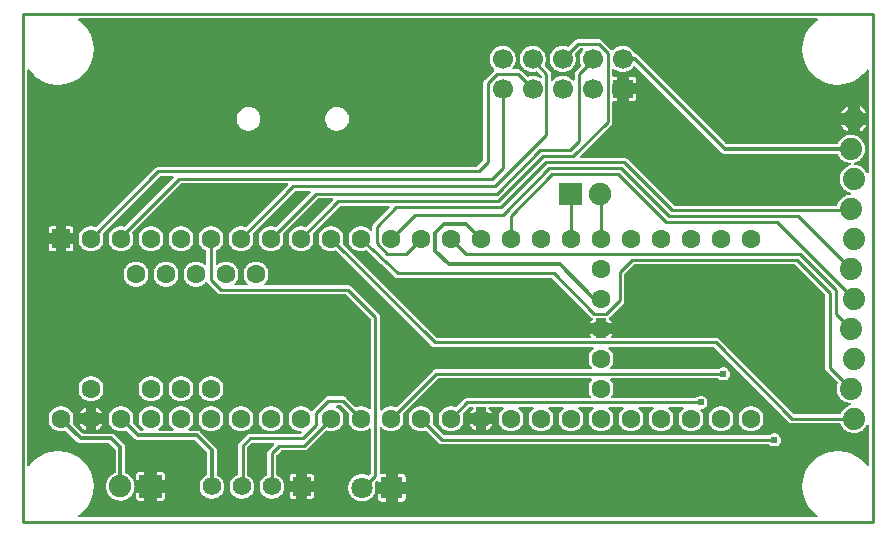
<source format=gtl>
G04 Layer: TopLayer*
G04 EasyEDA v6.4.19.5, 2021-06-04T13:03:27+02:00*
G04 efa6938f2177404b8bb2681d1be77202,563db0ff5b334ec4995e7372edb549dc,10*
G04 Gerber Generator version 0.2*
G04 Scale: 100 percent, Rotated: No, Reflected: No *
G04 Dimensions in millimeters *
G04 leading zeros omitted , absolute positions ,4 integer and 5 decimal *
%FSLAX45Y45*%
%MOMM*%

%ADD10C,0.2540*%
%ADD11C,0.3050*%
%ADD12C,0.6110*%
%ADD13C,1.8796*%
%ADD14C,1.5999*%
%ADD17C,1.5748*%
%ADD19C,1.9000*%
%ADD20C,1.8000*%
%ADD22C,1.7000*%

%LPD*%
G36*
X5519216Y-1625346D02*
G01*
X5515305Y-1624584D01*
X5512003Y-1622348D01*
X5120182Y-1230528D01*
X5113985Y-1225448D01*
X5107381Y-1221892D01*
X5100167Y-1219708D01*
X5092192Y-1218946D01*
X4727244Y-1218946D01*
X4723333Y-1218184D01*
X4720031Y-1215948D01*
X4717846Y-1212697D01*
X4717084Y-1208786D01*
X4717846Y-1204874D01*
X4720031Y-1201623D01*
X4979771Y-941882D01*
X4984851Y-935685D01*
X4988407Y-929081D01*
X4990592Y-921867D01*
X4991354Y-913892D01*
X4991354Y-749554D01*
X4992116Y-745642D01*
X4994351Y-742391D01*
X4997602Y-740156D01*
X5001514Y-739394D01*
X5031130Y-739394D01*
X5031130Y-680720D01*
X5001514Y-680720D01*
X4997602Y-679958D01*
X4994351Y-677722D01*
X4992116Y-674471D01*
X4991354Y-670560D01*
X4991354Y-599440D01*
X4992116Y-595528D01*
X4994351Y-592277D01*
X4997602Y-590042D01*
X5001514Y-589280D01*
X5031130Y-589280D01*
X5031130Y-530606D01*
X5001514Y-530606D01*
X4997602Y-529844D01*
X4994351Y-527608D01*
X4992116Y-524357D01*
X4991354Y-520446D01*
X4991354Y-472643D01*
X4992065Y-468884D01*
X4994046Y-465683D01*
X4997094Y-463448D01*
X5000752Y-462483D01*
X5004511Y-462889D01*
X5007864Y-464667D01*
X5016703Y-471728D01*
X5028844Y-479094D01*
X5041798Y-484835D01*
X5055362Y-488848D01*
X5069382Y-491134D01*
X5083556Y-491591D01*
X5097678Y-490220D01*
X5111496Y-487070D01*
X5124805Y-482142D01*
X5137353Y-475589D01*
X5148986Y-467512D01*
X5159451Y-457962D01*
X5168646Y-447192D01*
X5170220Y-444804D01*
X5173421Y-441655D01*
X5177688Y-440232D01*
X5182108Y-440740D01*
X5185918Y-443179D01*
X5914339Y-1171549D01*
X5920892Y-1176985D01*
X5927953Y-1180744D01*
X5935624Y-1183081D01*
X5944108Y-1183894D01*
X6891274Y-1183894D01*
X6895236Y-1184706D01*
X6898538Y-1186992D01*
X6900722Y-1190396D01*
X6901738Y-1192987D01*
X6908698Y-1205992D01*
X6917232Y-1217980D01*
X6927138Y-1228852D01*
X6938314Y-1238453D01*
X6950608Y-1246581D01*
X6963765Y-1253134D01*
X6977684Y-1258062D01*
X6992061Y-1261211D01*
X7001205Y-1262024D01*
X7004964Y-1263142D01*
X7008012Y-1265580D01*
X7009942Y-1268984D01*
X7010400Y-1272895D01*
X7009384Y-1276654D01*
X7006996Y-1279753D01*
X7003643Y-1281734D01*
X6989165Y-1286865D01*
X6976008Y-1293418D01*
X6963714Y-1301546D01*
X6952538Y-1311148D01*
X6942632Y-1322019D01*
X6934098Y-1334008D01*
X6927138Y-1347012D01*
X6921804Y-1360728D01*
X6918198Y-1375003D01*
X6916420Y-1389634D01*
X6916420Y-1404366D01*
X6918198Y-1418996D01*
X6921804Y-1433271D01*
X6927138Y-1446987D01*
X6934098Y-1459992D01*
X6942632Y-1471980D01*
X6952538Y-1482852D01*
X6963714Y-1492453D01*
X6976008Y-1500581D01*
X6989165Y-1507134D01*
X7003643Y-1512265D01*
X7006996Y-1514246D01*
X7009384Y-1517345D01*
X7010400Y-1521104D01*
X7009942Y-1525016D01*
X7008012Y-1528419D01*
X7004964Y-1530858D01*
X7001205Y-1531975D01*
X6992061Y-1532788D01*
X6977684Y-1535938D01*
X6963765Y-1540865D01*
X6950608Y-1547418D01*
X6938314Y-1555546D01*
X6927138Y-1565148D01*
X6917232Y-1576019D01*
X6908698Y-1588008D01*
X6901738Y-1601012D01*
X6896404Y-1614728D01*
X6895693Y-1617675D01*
X6893661Y-1621637D01*
X6890156Y-1624380D01*
X6885838Y-1625346D01*
G37*

%LPC*%
G36*
X5128869Y-739394D02*
G01*
X5164429Y-739394D01*
X5170678Y-738682D01*
X5176113Y-736803D01*
X5180939Y-733755D01*
X5185003Y-729691D01*
X5188051Y-724865D01*
X5189931Y-719429D01*
X5190642Y-713181D01*
X5190642Y-680720D01*
X5128869Y-680720D01*
G37*
G36*
X5128869Y-589280D02*
G01*
X5190642Y-589280D01*
X5190642Y-556818D01*
X5189931Y-550570D01*
X5188051Y-545134D01*
X5185003Y-540308D01*
X5180939Y-536244D01*
X5176113Y-533196D01*
X5170678Y-531317D01*
X5164429Y-530606D01*
X5128869Y-530606D01*
G37*

%LPD*%
G36*
X478637Y-4261662D02*
G01*
X474624Y-4260850D01*
X471322Y-4258513D01*
X469138Y-4255058D01*
X468477Y-4251096D01*
X469442Y-4247134D01*
X471881Y-4243882D01*
X510235Y-4209796D01*
X550265Y-4164482D01*
X575157Y-4119473D01*
X595020Y-4054449D01*
X599948Y-3999534D01*
X594817Y-3944467D01*
X574751Y-3879545D01*
X549706Y-3834637D01*
X510387Y-3785412D01*
X465328Y-3750208D01*
X420420Y-3725214D01*
X375462Y-3710127D01*
X300685Y-3700068D01*
X299313Y-3700068D01*
X224536Y-3710127D01*
X179578Y-3725214D01*
X134670Y-3750208D01*
X89662Y-3785362D01*
X60502Y-3819347D01*
X57150Y-3824782D01*
X54152Y-3827932D01*
X50088Y-3829507D01*
X45770Y-3829253D01*
X41910Y-3827221D01*
X39268Y-3823715D01*
X38354Y-3819499D01*
X38354Y-479399D01*
X39217Y-475335D01*
X41605Y-471932D01*
X45161Y-469798D01*
X49276Y-469239D01*
X53238Y-470408D01*
X56438Y-473049D01*
X90373Y-515315D01*
X120345Y-540207D01*
X180492Y-575157D01*
X225450Y-590042D01*
X299415Y-599897D01*
X354482Y-595020D01*
X419506Y-575157D01*
X464515Y-550265D01*
X509828Y-510235D01*
X550265Y-464464D01*
X575157Y-419455D01*
X595020Y-354431D01*
X599948Y-299516D01*
X594817Y-244500D01*
X574751Y-179527D01*
X549706Y-134620D01*
X510387Y-85445D01*
X509524Y-84582D01*
X473405Y-56540D01*
X470712Y-53340D01*
X469544Y-49377D01*
X470052Y-45212D01*
X472185Y-41656D01*
X475589Y-39217D01*
X479653Y-38354D01*
X6720331Y-38354D01*
X6724396Y-39217D01*
X6727799Y-41656D01*
X6729933Y-45212D01*
X6730441Y-49377D01*
X6729272Y-53340D01*
X6726580Y-56540D01*
X6689648Y-85344D01*
X6659778Y-120345D01*
X6625285Y-179476D01*
X6605168Y-244500D01*
X6600088Y-299516D01*
X6604965Y-354431D01*
X6624828Y-419455D01*
X6649770Y-464616D01*
X6689648Y-514604D01*
X6719671Y-539699D01*
X6779564Y-574700D01*
X6824522Y-589838D01*
X6899452Y-599897D01*
X6954469Y-595020D01*
X7019493Y-575157D01*
X7064502Y-550265D01*
X7109815Y-510235D01*
X7143902Y-471830D01*
X7147153Y-469392D01*
X7151065Y-468426D01*
X7155078Y-469087D01*
X7158532Y-471271D01*
X7160818Y-474624D01*
X7161682Y-478586D01*
X7161682Y-830529D01*
X7160920Y-834339D01*
X7158736Y-837641D01*
X7158685Y-838657D01*
X7160869Y-841908D01*
X7161682Y-845819D01*
X7161682Y-932180D01*
X7160869Y-936091D01*
X7157974Y-939850D01*
X7158736Y-940358D01*
X7160920Y-943660D01*
X7161682Y-947470D01*
X7161682Y-1338529D01*
X7160920Y-1342339D01*
X7158736Y-1345641D01*
X7155535Y-1347825D01*
X7151725Y-1348689D01*
X7147864Y-1348028D01*
X7144562Y-1345946D01*
X7142276Y-1342745D01*
X7141159Y-1340408D01*
X7133437Y-1327912D01*
X7124192Y-1316431D01*
X7113625Y-1306169D01*
X7101890Y-1297279D01*
X7089140Y-1289913D01*
X7075576Y-1284173D01*
X7061403Y-1280160D01*
X7046823Y-1277874D01*
X7045248Y-1277823D01*
X7041235Y-1276908D01*
X7037984Y-1274470D01*
X7035901Y-1270965D01*
X7035393Y-1266901D01*
X7036562Y-1262938D01*
X7039152Y-1259789D01*
X7042759Y-1257909D01*
X7050176Y-1255826D01*
X7063740Y-1250086D01*
X7076490Y-1242720D01*
X7088225Y-1233830D01*
X7098792Y-1223568D01*
X7108037Y-1212088D01*
X7115759Y-1199591D01*
X7121956Y-1186230D01*
X7126427Y-1172159D01*
X7129119Y-1157681D01*
X7130034Y-1143000D01*
X7129119Y-1128318D01*
X7126427Y-1113840D01*
X7121956Y-1099769D01*
X7115759Y-1086408D01*
X7108037Y-1073912D01*
X7098792Y-1062431D01*
X7088225Y-1052169D01*
X7076490Y-1043279D01*
X7063740Y-1035913D01*
X7050176Y-1030173D01*
X7036003Y-1026160D01*
X7021423Y-1023874D01*
X7006691Y-1023416D01*
X6992061Y-1024788D01*
X6977684Y-1027937D01*
X6963765Y-1032865D01*
X6950608Y-1039418D01*
X6938314Y-1047546D01*
X6927138Y-1057148D01*
X6917232Y-1068019D01*
X6908698Y-1080008D01*
X6901738Y-1093012D01*
X6900722Y-1095603D01*
X6898538Y-1099007D01*
X6895236Y-1101293D01*
X6891274Y-1102106D01*
X5964732Y-1102106D01*
X5960872Y-1101344D01*
X5957570Y-1099108D01*
X5210860Y-352450D01*
X5204307Y-347014D01*
X5197246Y-343255D01*
X5189575Y-340918D01*
X5185308Y-339902D01*
X5182463Y-337921D01*
X5180431Y-335127D01*
X5176418Y-326694D01*
X5168646Y-314807D01*
X5159451Y-304038D01*
X5148986Y-294487D01*
X5137353Y-286410D01*
X5124805Y-279857D01*
X5111496Y-274929D01*
X5097678Y-271780D01*
X5083556Y-270408D01*
X5069382Y-270865D01*
X5055362Y-273151D01*
X5041798Y-277164D01*
X5028844Y-282905D01*
X5016703Y-290271D01*
X5005628Y-299110D01*
X4997958Y-307035D01*
X4994402Y-309422D01*
X4990236Y-310134D01*
X4986121Y-309067D01*
X4982768Y-306425D01*
X4979771Y-302717D01*
X4904282Y-227228D01*
X4898085Y-222148D01*
X4891481Y-218592D01*
X4884267Y-216408D01*
X4876292Y-215646D01*
X4699508Y-215646D01*
X4691532Y-216408D01*
X4684318Y-218592D01*
X4677714Y-222148D01*
X4671517Y-227228D01*
X4622952Y-275793D01*
X4619752Y-277977D01*
X4616043Y-278790D01*
X4612233Y-278180D01*
X4603496Y-274929D01*
X4589678Y-271780D01*
X4575556Y-270408D01*
X4561382Y-270865D01*
X4547362Y-273151D01*
X4533798Y-277164D01*
X4520844Y-282905D01*
X4508703Y-290271D01*
X4497628Y-299110D01*
X4487773Y-309270D01*
X4479290Y-320649D01*
X4472330Y-332994D01*
X4466996Y-346151D01*
X4463389Y-359867D01*
X4461611Y-373888D01*
X4461611Y-388112D01*
X4463389Y-402132D01*
X4466996Y-415848D01*
X4472330Y-429006D01*
X4479290Y-441350D01*
X4487773Y-452729D01*
X4497628Y-462889D01*
X4508703Y-471728D01*
X4520844Y-479094D01*
X4533798Y-484835D01*
X4547362Y-488848D01*
X4561382Y-491134D01*
X4575556Y-491591D01*
X4589678Y-490220D01*
X4603496Y-487070D01*
X4616805Y-482142D01*
X4629353Y-475589D01*
X4640986Y-467512D01*
X4651451Y-457962D01*
X4660646Y-447192D01*
X4668418Y-435305D01*
X4674565Y-422503D01*
X4679035Y-409041D01*
X4681728Y-395122D01*
X4682642Y-381000D01*
X4681728Y-366877D01*
X4679035Y-352958D01*
X4674819Y-340360D01*
X4674311Y-336651D01*
X4675174Y-333044D01*
X4677308Y-329946D01*
X4711903Y-295351D01*
X4715205Y-293116D01*
X4719116Y-292354D01*
X4734153Y-292354D01*
X4738522Y-293319D01*
X4742027Y-296062D01*
X4744059Y-300075D01*
X4744110Y-304546D01*
X4742281Y-308610D01*
X4733290Y-320649D01*
X4726330Y-332994D01*
X4720996Y-346151D01*
X4717389Y-359867D01*
X4715611Y-373888D01*
X4715611Y-388112D01*
X4717389Y-402132D01*
X4720996Y-415848D01*
X4726736Y-429920D01*
X4727498Y-433781D01*
X4726736Y-437642D01*
X4724501Y-440943D01*
X4684928Y-480517D01*
X4679848Y-486714D01*
X4676292Y-493318D01*
X4674108Y-500532D01*
X4673346Y-508508D01*
X4673346Y-556107D01*
X4672533Y-560120D01*
X4670196Y-563473D01*
X4666691Y-565658D01*
X4662627Y-566267D01*
X4658664Y-565200D01*
X4655464Y-562711D01*
X4651451Y-558038D01*
X4640986Y-548487D01*
X4629353Y-540410D01*
X4616805Y-533857D01*
X4603496Y-528929D01*
X4589678Y-525780D01*
X4575556Y-524408D01*
X4561382Y-524865D01*
X4547362Y-527151D01*
X4533798Y-531164D01*
X4520844Y-536905D01*
X4508703Y-544271D01*
X4497628Y-553110D01*
X4488129Y-562914D01*
X4484827Y-565200D01*
X4480915Y-566013D01*
X4477004Y-565251D01*
X4473651Y-563067D01*
X4471416Y-559765D01*
X4470654Y-555853D01*
X4470654Y-508508D01*
X4469892Y-500532D01*
X4467707Y-493318D01*
X4464151Y-486714D01*
X4459071Y-480517D01*
X4419295Y-440791D01*
X4417060Y-437286D01*
X4416348Y-433222D01*
X4417364Y-429158D01*
X4420565Y-422503D01*
X4425035Y-409041D01*
X4427728Y-395122D01*
X4428642Y-381000D01*
X4427728Y-366877D01*
X4425035Y-352958D01*
X4420565Y-339496D01*
X4414418Y-326694D01*
X4406646Y-314807D01*
X4397451Y-304038D01*
X4386986Y-294487D01*
X4375353Y-286410D01*
X4362805Y-279857D01*
X4349496Y-274929D01*
X4335678Y-271780D01*
X4321556Y-270408D01*
X4307382Y-270865D01*
X4293362Y-273151D01*
X4279798Y-277164D01*
X4266844Y-282905D01*
X4254703Y-290271D01*
X4243628Y-299110D01*
X4233773Y-309270D01*
X4225290Y-320649D01*
X4218330Y-332994D01*
X4212996Y-346151D01*
X4209389Y-359867D01*
X4207611Y-373888D01*
X4207611Y-388112D01*
X4209389Y-402132D01*
X4212996Y-415848D01*
X4218330Y-429006D01*
X4225290Y-441350D01*
X4233773Y-452729D01*
X4243628Y-462889D01*
X4254703Y-471728D01*
X4266844Y-479094D01*
X4279798Y-484835D01*
X4293362Y-488848D01*
X4307382Y-491134D01*
X4321556Y-491591D01*
X4335627Y-490220D01*
X4350207Y-486867D01*
X4353610Y-486664D01*
X4356862Y-487629D01*
X4359656Y-489610D01*
X4390948Y-520903D01*
X4393184Y-524205D01*
X4393946Y-528116D01*
X4393946Y-533908D01*
X4392980Y-538175D01*
X4390339Y-541680D01*
X4386427Y-543712D01*
X4382058Y-543915D01*
X4377994Y-542239D01*
X4375353Y-540410D01*
X4362805Y-533857D01*
X4349496Y-528929D01*
X4335678Y-525780D01*
X4321556Y-524408D01*
X4307382Y-524865D01*
X4293362Y-527151D01*
X4279798Y-531164D01*
X4278274Y-531825D01*
X4274312Y-532688D01*
X4270349Y-531977D01*
X4266996Y-529742D01*
X4218482Y-481228D01*
X4212285Y-476148D01*
X4205681Y-472592D01*
X4198467Y-470408D01*
X4190492Y-469646D01*
X4155541Y-469646D01*
X4151782Y-468934D01*
X4148531Y-466851D01*
X4146296Y-463753D01*
X4145381Y-460044D01*
X4145889Y-456234D01*
X4147769Y-452882D01*
X4152646Y-447192D01*
X4160418Y-435305D01*
X4166565Y-422503D01*
X4171035Y-409041D01*
X4173728Y-395122D01*
X4174642Y-381000D01*
X4173728Y-366877D01*
X4171035Y-352958D01*
X4166565Y-339496D01*
X4160418Y-326694D01*
X4152646Y-314807D01*
X4143451Y-304038D01*
X4132986Y-294487D01*
X4121353Y-286410D01*
X4108805Y-279857D01*
X4095496Y-274929D01*
X4081678Y-271780D01*
X4067556Y-270408D01*
X4053382Y-270865D01*
X4039362Y-273151D01*
X4025798Y-277164D01*
X4012844Y-282905D01*
X4000703Y-290271D01*
X3989628Y-299110D01*
X3979773Y-309270D01*
X3971290Y-320649D01*
X3964330Y-332994D01*
X3958996Y-346151D01*
X3955389Y-359867D01*
X3953611Y-373888D01*
X3953611Y-388112D01*
X3955389Y-402132D01*
X3958996Y-415848D01*
X3964330Y-429006D01*
X3971290Y-441350D01*
X3979773Y-452729D01*
X3990136Y-463397D01*
X3992321Y-466902D01*
X3992981Y-471068D01*
X3991864Y-475081D01*
X3989273Y-478332D01*
X3985717Y-481228D01*
X3910228Y-556717D01*
X3905148Y-562914D01*
X3901592Y-569518D01*
X3899408Y-576732D01*
X3898646Y-584708D01*
X3898646Y-1237183D01*
X3897884Y-1241094D01*
X3895648Y-1244396D01*
X3847896Y-1292148D01*
X3844594Y-1294384D01*
X3840683Y-1295146D01*
X1148080Y-1295146D01*
X1140104Y-1295908D01*
X1132890Y-1298092D01*
X1126286Y-1301648D01*
X1120089Y-1306728D01*
X624128Y-1802688D01*
X621080Y-1804822D01*
X617423Y-1805635D01*
X613714Y-1805127D01*
X604367Y-1801977D01*
X590804Y-1799234D01*
X577037Y-1798370D01*
X563270Y-1799234D01*
X549706Y-1801977D01*
X536600Y-1806397D01*
X524205Y-1812493D01*
X512724Y-1820164D01*
X502361Y-1829307D01*
X493217Y-1839671D01*
X485546Y-1851152D01*
X479450Y-1863547D01*
X475030Y-1876653D01*
X472287Y-1890217D01*
X471424Y-1903984D01*
X472287Y-1917750D01*
X475030Y-1931314D01*
X479450Y-1944420D01*
X485546Y-1956816D01*
X493217Y-1968296D01*
X502361Y-1978660D01*
X512724Y-1987804D01*
X524205Y-1995474D01*
X536600Y-2001570D01*
X549706Y-2005990D01*
X563270Y-2008733D01*
X577037Y-2009597D01*
X590804Y-2008733D01*
X604367Y-2005990D01*
X617474Y-2001570D01*
X629869Y-1995474D01*
X641350Y-1987804D01*
X651713Y-1978660D01*
X660857Y-1968296D01*
X668528Y-1956816D01*
X674624Y-1944420D01*
X679043Y-1931314D01*
X681786Y-1917750D01*
X682650Y-1903984D01*
X681786Y-1890217D01*
X679043Y-1876653D01*
X675944Y-1867407D01*
X675386Y-1863699D01*
X676249Y-1860042D01*
X678383Y-1856943D01*
X1160475Y-1374851D01*
X1163777Y-1372616D01*
X1167688Y-1371854D01*
X1267155Y-1371854D01*
X1271066Y-1372616D01*
X1274368Y-1374851D01*
X1276553Y-1378102D01*
X1277315Y-1382014D01*
X1276553Y-1385925D01*
X1274368Y-1389176D01*
X864920Y-1798624D01*
X862228Y-1800555D01*
X859028Y-1801520D01*
X855726Y-1801418D01*
X844803Y-1799234D01*
X831037Y-1798370D01*
X817270Y-1799234D01*
X803706Y-1801977D01*
X790600Y-1806397D01*
X778205Y-1812493D01*
X766724Y-1820164D01*
X756361Y-1829307D01*
X747217Y-1839671D01*
X739546Y-1851152D01*
X733450Y-1863547D01*
X729030Y-1876653D01*
X726287Y-1890217D01*
X725424Y-1903984D01*
X726287Y-1917750D01*
X729030Y-1931314D01*
X733450Y-1944420D01*
X739546Y-1956816D01*
X747217Y-1968296D01*
X756361Y-1978660D01*
X766724Y-1987804D01*
X778205Y-1995474D01*
X790600Y-2001570D01*
X803706Y-2005990D01*
X817270Y-2008733D01*
X831037Y-2009597D01*
X844803Y-2008733D01*
X858367Y-2005990D01*
X871474Y-2001570D01*
X883869Y-1995474D01*
X895350Y-1987804D01*
X905713Y-1978660D01*
X914857Y-1968296D01*
X922528Y-1956816D01*
X928624Y-1944420D01*
X933043Y-1931314D01*
X935786Y-1917750D01*
X936650Y-1903984D01*
X935786Y-1890217D01*
X933043Y-1876653D01*
X928624Y-1863547D01*
X925169Y-1856587D01*
X924153Y-1852523D01*
X924814Y-1848408D01*
X927100Y-1844903D01*
X1333703Y-1438351D01*
X1337005Y-1436116D01*
X1340916Y-1435354D01*
X2236927Y-1435354D01*
X2240838Y-1436116D01*
X2244140Y-1438351D01*
X2246325Y-1441602D01*
X2247087Y-1445514D01*
X2246325Y-1449425D01*
X2244140Y-1452676D01*
X1894128Y-1802688D01*
X1891080Y-1804822D01*
X1887423Y-1805635D01*
X1883714Y-1805127D01*
X1874367Y-1801977D01*
X1860804Y-1799234D01*
X1847037Y-1798370D01*
X1833270Y-1799234D01*
X1819706Y-1801977D01*
X1806600Y-1806397D01*
X1794205Y-1812493D01*
X1782724Y-1820164D01*
X1772361Y-1829307D01*
X1763217Y-1839671D01*
X1755546Y-1851152D01*
X1749450Y-1863547D01*
X1745030Y-1876653D01*
X1742287Y-1890217D01*
X1741424Y-1903984D01*
X1742287Y-1917750D01*
X1745030Y-1931314D01*
X1749450Y-1944420D01*
X1755546Y-1956816D01*
X1763217Y-1968296D01*
X1772361Y-1978660D01*
X1782724Y-1987804D01*
X1794205Y-1995474D01*
X1806600Y-2001570D01*
X1819706Y-2005990D01*
X1833270Y-2008733D01*
X1847037Y-2009597D01*
X1860804Y-2008733D01*
X1874367Y-2005990D01*
X1887474Y-2001570D01*
X1899869Y-1995474D01*
X1911350Y-1987804D01*
X1921713Y-1978660D01*
X1930857Y-1968296D01*
X1938528Y-1956816D01*
X1944624Y-1944420D01*
X1949043Y-1931314D01*
X1951786Y-1917750D01*
X1952650Y-1903984D01*
X1951786Y-1890217D01*
X1949043Y-1876653D01*
X1945944Y-1867407D01*
X1945386Y-1863699D01*
X1946249Y-1860042D01*
X1948383Y-1856943D01*
X2303475Y-1501851D01*
X2306777Y-1499616D01*
X2310688Y-1498854D01*
X2427427Y-1498854D01*
X2431338Y-1499616D01*
X2434640Y-1501851D01*
X2436825Y-1505102D01*
X2437587Y-1509014D01*
X2436825Y-1512925D01*
X2434640Y-1516176D01*
X2148128Y-1802688D01*
X2145080Y-1804822D01*
X2141423Y-1805635D01*
X2137714Y-1805127D01*
X2128367Y-1801977D01*
X2114804Y-1799234D01*
X2101037Y-1798370D01*
X2087270Y-1799234D01*
X2073706Y-1801977D01*
X2060600Y-1806397D01*
X2048205Y-1812493D01*
X2036724Y-1820164D01*
X2026361Y-1829307D01*
X2017217Y-1839671D01*
X2009546Y-1851152D01*
X2003450Y-1863547D01*
X1999030Y-1876653D01*
X1996287Y-1890217D01*
X1995424Y-1903984D01*
X1996287Y-1917750D01*
X1999030Y-1931314D01*
X2003450Y-1944420D01*
X2009546Y-1956816D01*
X2017217Y-1968296D01*
X2026361Y-1978660D01*
X2036724Y-1987804D01*
X2048205Y-1995474D01*
X2060600Y-2001570D01*
X2073706Y-2005990D01*
X2087270Y-2008733D01*
X2101037Y-2009597D01*
X2114804Y-2008733D01*
X2128367Y-2005990D01*
X2141474Y-2001570D01*
X2153869Y-1995474D01*
X2165350Y-1987804D01*
X2175713Y-1978660D01*
X2184857Y-1968296D01*
X2192528Y-1956816D01*
X2198624Y-1944420D01*
X2203043Y-1931314D01*
X2205786Y-1917750D01*
X2206650Y-1903984D01*
X2205786Y-1890217D01*
X2203043Y-1876653D01*
X2199944Y-1867407D01*
X2199386Y-1863699D01*
X2200249Y-1860042D01*
X2202383Y-1856943D01*
X2493975Y-1565351D01*
X2497277Y-1563116D01*
X2501188Y-1562354D01*
X2617927Y-1562354D01*
X2621838Y-1563116D01*
X2625140Y-1565351D01*
X2627325Y-1568602D01*
X2628087Y-1572514D01*
X2627325Y-1576425D01*
X2625140Y-1579676D01*
X2402128Y-1802688D01*
X2399080Y-1804822D01*
X2395423Y-1805635D01*
X2391714Y-1805127D01*
X2382367Y-1801977D01*
X2368804Y-1799234D01*
X2355037Y-1798370D01*
X2341270Y-1799234D01*
X2327706Y-1801977D01*
X2314600Y-1806397D01*
X2302205Y-1812493D01*
X2290724Y-1820164D01*
X2280361Y-1829307D01*
X2271217Y-1839671D01*
X2263546Y-1851152D01*
X2257450Y-1863547D01*
X2253030Y-1876653D01*
X2250287Y-1890217D01*
X2249424Y-1903984D01*
X2250287Y-1917750D01*
X2253030Y-1931314D01*
X2257450Y-1944420D01*
X2263546Y-1956816D01*
X2271217Y-1968296D01*
X2280361Y-1978660D01*
X2290724Y-1987804D01*
X2302205Y-1995474D01*
X2314600Y-2001570D01*
X2327706Y-2005990D01*
X2341270Y-2008733D01*
X2355037Y-2009597D01*
X2368804Y-2008733D01*
X2382367Y-2005990D01*
X2395474Y-2001570D01*
X2407869Y-1995474D01*
X2419350Y-1987804D01*
X2429713Y-1978660D01*
X2438857Y-1968296D01*
X2446528Y-1956816D01*
X2452624Y-1944420D01*
X2457043Y-1931314D01*
X2459786Y-1917750D01*
X2460650Y-1903984D01*
X2459786Y-1890217D01*
X2457043Y-1876653D01*
X2453944Y-1867407D01*
X2453386Y-1863699D01*
X2454249Y-1860042D01*
X2456383Y-1856943D01*
X2684475Y-1628851D01*
X2687777Y-1626616D01*
X2691688Y-1625854D01*
X3095955Y-1625854D01*
X3099866Y-1626616D01*
X3103168Y-1628851D01*
X3105353Y-1632102D01*
X3106115Y-1636014D01*
X3105353Y-1639925D01*
X3103168Y-1643176D01*
X2970428Y-1775917D01*
X2965348Y-1782114D01*
X2961792Y-1788718D01*
X2959608Y-1795932D01*
X2958846Y-1803907D01*
X2958846Y-1826361D01*
X2958033Y-1830374D01*
X2955696Y-1833727D01*
X2952242Y-1835912D01*
X2948228Y-1836521D01*
X2944317Y-1835556D01*
X2941066Y-1833067D01*
X2937713Y-1829307D01*
X2927350Y-1820164D01*
X2915869Y-1812493D01*
X2903474Y-1806397D01*
X2890367Y-1801977D01*
X2876804Y-1799234D01*
X2863037Y-1798370D01*
X2849270Y-1799234D01*
X2835706Y-1801977D01*
X2822600Y-1806397D01*
X2810205Y-1812493D01*
X2798724Y-1820164D01*
X2788361Y-1829307D01*
X2779217Y-1839671D01*
X2771546Y-1851152D01*
X2765450Y-1863547D01*
X2761030Y-1876653D01*
X2758287Y-1890217D01*
X2757424Y-1903984D01*
X2758287Y-1917750D01*
X2761030Y-1931314D01*
X2765450Y-1944420D01*
X2771546Y-1956816D01*
X2779217Y-1968296D01*
X2788361Y-1978660D01*
X2798724Y-1987804D01*
X2810205Y-1995474D01*
X2822600Y-2001570D01*
X2835706Y-2005990D01*
X2849270Y-2008733D01*
X2863037Y-2009597D01*
X2876804Y-2008733D01*
X2890367Y-2005990D01*
X2903169Y-2001672D01*
X2906776Y-2001113D01*
X2910332Y-2001926D01*
X2913380Y-2003907D01*
X3148431Y-2224786D01*
X3153664Y-2228900D01*
X3160318Y-2232507D01*
X3167532Y-2234692D01*
X3175508Y-2235454D01*
X4475683Y-2235454D01*
X4479594Y-2236216D01*
X4482896Y-2238451D01*
X4811217Y-2566771D01*
X4817414Y-2571851D01*
X4820056Y-2573274D01*
X4823053Y-2575712D01*
X4824933Y-2579116D01*
X4825390Y-2583027D01*
X4824323Y-2586786D01*
X4821936Y-2589834D01*
X4820310Y-2591308D01*
X4811217Y-2601671D01*
X4803546Y-2613152D01*
X4800346Y-2619654D01*
X4848656Y-2619654D01*
X4848656Y-2588514D01*
X4849418Y-2584602D01*
X4851654Y-2581351D01*
X4854956Y-2579116D01*
X4858816Y-2578354D01*
X4931206Y-2578354D01*
X4935067Y-2579116D01*
X4938369Y-2581351D01*
X4940604Y-2584602D01*
X4941366Y-2588514D01*
X4941366Y-2619654D01*
X4989677Y-2619654D01*
X4986477Y-2613152D01*
X4978806Y-2601671D01*
X4969713Y-2591308D01*
X4963312Y-2585720D01*
X4960721Y-2582164D01*
X4959858Y-2577896D01*
X4960874Y-2573629D01*
X4963566Y-2570226D01*
X4967782Y-2566771D01*
X5081371Y-2453182D01*
X5086451Y-2446985D01*
X5090007Y-2440381D01*
X5092192Y-2433167D01*
X5092954Y-2425192D01*
X5092954Y-2204516D01*
X5093716Y-2200605D01*
X5095951Y-2197303D01*
X5169103Y-2124151D01*
X5172405Y-2121916D01*
X5176316Y-2121154D01*
X6533083Y-2121154D01*
X6536994Y-2121916D01*
X6540296Y-2124151D01*
X6791248Y-2375103D01*
X6793484Y-2378405D01*
X6794246Y-2382316D01*
X6794246Y-2996692D01*
X6795008Y-3004667D01*
X6797192Y-3011881D01*
X6800748Y-3018485D01*
X6805828Y-3024682D01*
X6898284Y-3117138D01*
X6900468Y-3120339D01*
X6901281Y-3124149D01*
X6900570Y-3128010D01*
X6896404Y-3138728D01*
X6892798Y-3153003D01*
X6891020Y-3167634D01*
X6891020Y-3182366D01*
X6892798Y-3196996D01*
X6896404Y-3211271D01*
X6901738Y-3224987D01*
X6908698Y-3237992D01*
X6917232Y-3249980D01*
X6927138Y-3260852D01*
X6938314Y-3270453D01*
X6950608Y-3278581D01*
X6963765Y-3285134D01*
X6977684Y-3290062D01*
X6992061Y-3293211D01*
X7001205Y-3294024D01*
X7004964Y-3295142D01*
X7008012Y-3297580D01*
X7009942Y-3300984D01*
X7010400Y-3304895D01*
X7009384Y-3308654D01*
X7006996Y-3311753D01*
X7003643Y-3313734D01*
X6989165Y-3318865D01*
X6976008Y-3325418D01*
X6963714Y-3333546D01*
X6952538Y-3343148D01*
X6942632Y-3354019D01*
X6934098Y-3366008D01*
X6927138Y-3379012D01*
X6925157Y-3384143D01*
X6922973Y-3387547D01*
X6919620Y-3389833D01*
X6915658Y-3390646D01*
X6535216Y-3390646D01*
X6531305Y-3389884D01*
X6528003Y-3387648D01*
X5894882Y-2754528D01*
X5888685Y-2749448D01*
X5882081Y-2745892D01*
X5874867Y-2743708D01*
X5866892Y-2742946D01*
X4989372Y-2742946D01*
X4985105Y-2742031D01*
X4981651Y-2739390D01*
X4979568Y-2735529D01*
X4979314Y-2731211D01*
X4980940Y-2727147D01*
X4986477Y-2718816D01*
X4989677Y-2712313D01*
X4941366Y-2712313D01*
X4941366Y-2732786D01*
X4940604Y-2736697D01*
X4938369Y-2739948D01*
X4935067Y-2742184D01*
X4931206Y-2742946D01*
X4858816Y-2742946D01*
X4854956Y-2742184D01*
X4851654Y-2739948D01*
X4849418Y-2736697D01*
X4848656Y-2732786D01*
X4848656Y-2712313D01*
X4800346Y-2712313D01*
X4803546Y-2718816D01*
X4809083Y-2727147D01*
X4810709Y-2731211D01*
X4810455Y-2735529D01*
X4808372Y-2739390D01*
X4804918Y-2742031D01*
X4800650Y-2742946D01*
X3506470Y-2742946D01*
X3502609Y-2742184D01*
X3499307Y-2739948D01*
X2710383Y-1951024D01*
X2708249Y-1947925D01*
X2707386Y-1944268D01*
X2707944Y-1940560D01*
X2711043Y-1931314D01*
X2713786Y-1917750D01*
X2714650Y-1903984D01*
X2713786Y-1890217D01*
X2711043Y-1876653D01*
X2706624Y-1863547D01*
X2700528Y-1851152D01*
X2692857Y-1839671D01*
X2683713Y-1829307D01*
X2673350Y-1820164D01*
X2661869Y-1812493D01*
X2649474Y-1806397D01*
X2636367Y-1801977D01*
X2622804Y-1799234D01*
X2609037Y-1798370D01*
X2595270Y-1799234D01*
X2581706Y-1801977D01*
X2568600Y-1806397D01*
X2556205Y-1812493D01*
X2544724Y-1820164D01*
X2534361Y-1829307D01*
X2525217Y-1839671D01*
X2517546Y-1851152D01*
X2511450Y-1863547D01*
X2507030Y-1876653D01*
X2504287Y-1890217D01*
X2503424Y-1903984D01*
X2504287Y-1917750D01*
X2507030Y-1931314D01*
X2511450Y-1944420D01*
X2517546Y-1956816D01*
X2525217Y-1968296D01*
X2534361Y-1978660D01*
X2544724Y-1987804D01*
X2556205Y-1995474D01*
X2568600Y-2001570D01*
X2581706Y-2005990D01*
X2595270Y-2008733D01*
X2609037Y-2009597D01*
X2622804Y-2008733D01*
X2636367Y-2005990D01*
X2645714Y-2002840D01*
X2649423Y-2002332D01*
X2653080Y-2003145D01*
X2656128Y-2005279D01*
X3458921Y-2808071D01*
X3465118Y-2813151D01*
X3471722Y-2816707D01*
X3478936Y-2818892D01*
X3486912Y-2819654D01*
X4822545Y-2819654D01*
X4826558Y-2820466D01*
X4829911Y-2822803D01*
X4832045Y-2826258D01*
X4832705Y-2830271D01*
X4831740Y-2834182D01*
X4829251Y-2837434D01*
X4820310Y-2845308D01*
X4811217Y-2855671D01*
X4803546Y-2867152D01*
X4797399Y-2879547D01*
X4792980Y-2892653D01*
X4790287Y-2906217D01*
X4789373Y-2919984D01*
X4790287Y-2933750D01*
X4792980Y-2947314D01*
X4797399Y-2960420D01*
X4803546Y-2972816D01*
X4811217Y-2984296D01*
X4818684Y-2992780D01*
X4820615Y-2996133D01*
X4821174Y-2999943D01*
X4820259Y-3003702D01*
X4818075Y-3006801D01*
X4814824Y-3008934D01*
X4811014Y-3009646D01*
X3497529Y-3009646D01*
X3489553Y-3010408D01*
X3482340Y-3012592D01*
X3475736Y-3016148D01*
X3469538Y-3021228D01*
X3164128Y-3326688D01*
X3161030Y-3328771D01*
X3157372Y-3329635D01*
X3153664Y-3329127D01*
X3144367Y-3325977D01*
X3130804Y-3323234D01*
X3117037Y-3322370D01*
X3103270Y-3323234D01*
X3089706Y-3325977D01*
X3076600Y-3330397D01*
X3064205Y-3336493D01*
X3052724Y-3344164D01*
X3042361Y-3353308D01*
X3040634Y-3355238D01*
X3037382Y-3357676D01*
X3033471Y-3358692D01*
X3029458Y-3358032D01*
X3026003Y-3355848D01*
X3023666Y-3352495D01*
X3022854Y-3348532D01*
X3022854Y-2565908D01*
X3022092Y-2557932D01*
X3019907Y-2550718D01*
X3016351Y-2544114D01*
X3011271Y-2537917D01*
X2783382Y-2310028D01*
X2777185Y-2304948D01*
X2770581Y-2301392D01*
X2763367Y-2299208D01*
X2755392Y-2298446D01*
X2053183Y-2298446D01*
X2049170Y-2297633D01*
X2045817Y-2295296D01*
X2043684Y-2291842D01*
X2043023Y-2287828D01*
X2044039Y-2283917D01*
X2046478Y-2280666D01*
X2048713Y-2278684D01*
X2057857Y-2268270D01*
X2065528Y-2256790D01*
X2071624Y-2244394D01*
X2076043Y-2231339D01*
X2078786Y-2217775D01*
X2079650Y-2204008D01*
X2078786Y-2190191D01*
X2076043Y-2176627D01*
X2071624Y-2163572D01*
X2065528Y-2151176D01*
X2057857Y-2139696D01*
X2048713Y-2129282D01*
X2038350Y-2120188D01*
X2026869Y-2112518D01*
X2014474Y-2106371D01*
X2001367Y-2101951D01*
X1987804Y-2099259D01*
X1974037Y-2098344D01*
X1960270Y-2099259D01*
X1946706Y-2101951D01*
X1933600Y-2106371D01*
X1921205Y-2112518D01*
X1909724Y-2120188D01*
X1899361Y-2129282D01*
X1890217Y-2139696D01*
X1882546Y-2151176D01*
X1876450Y-2163572D01*
X1872030Y-2176627D01*
X1869287Y-2190191D01*
X1868424Y-2204008D01*
X1869287Y-2217775D01*
X1872030Y-2231339D01*
X1876450Y-2244394D01*
X1882546Y-2256790D01*
X1890217Y-2268270D01*
X1899361Y-2278684D01*
X1901596Y-2280666D01*
X1904034Y-2283917D01*
X1905050Y-2287828D01*
X1904390Y-2291842D01*
X1902256Y-2295296D01*
X1898904Y-2297633D01*
X1894890Y-2298446D01*
X1799183Y-2298446D01*
X1795170Y-2297633D01*
X1791817Y-2295296D01*
X1789684Y-2291842D01*
X1789023Y-2287828D01*
X1790039Y-2283917D01*
X1792478Y-2280666D01*
X1794713Y-2278684D01*
X1803857Y-2268270D01*
X1811528Y-2256790D01*
X1817624Y-2244394D01*
X1822043Y-2231339D01*
X1824786Y-2217775D01*
X1825650Y-2204008D01*
X1824786Y-2190191D01*
X1822043Y-2176627D01*
X1817624Y-2163572D01*
X1811528Y-2151176D01*
X1803857Y-2139696D01*
X1794713Y-2129282D01*
X1784350Y-2120188D01*
X1772869Y-2112518D01*
X1760474Y-2106371D01*
X1747367Y-2101951D01*
X1733804Y-2099259D01*
X1720037Y-2098344D01*
X1706270Y-2099259D01*
X1692706Y-2101951D01*
X1679600Y-2106371D01*
X1667205Y-2112518D01*
X1655724Y-2120188D01*
X1648307Y-2126691D01*
X1644954Y-2128621D01*
X1641144Y-2129231D01*
X1637385Y-2128316D01*
X1634286Y-2126081D01*
X1632153Y-2122830D01*
X1631442Y-2119071D01*
X1631442Y-2008886D01*
X1632153Y-2005228D01*
X1634134Y-2002028D01*
X1637131Y-1999792D01*
X1645869Y-1995474D01*
X1657350Y-1987804D01*
X1667713Y-1978660D01*
X1676857Y-1968296D01*
X1684528Y-1956816D01*
X1690624Y-1944420D01*
X1695043Y-1931314D01*
X1697786Y-1917750D01*
X1698650Y-1903984D01*
X1697786Y-1890217D01*
X1695043Y-1876653D01*
X1690624Y-1863547D01*
X1684528Y-1851152D01*
X1676857Y-1839671D01*
X1667713Y-1829307D01*
X1657350Y-1820164D01*
X1645869Y-1812493D01*
X1633474Y-1806397D01*
X1620367Y-1801977D01*
X1606804Y-1799234D01*
X1593037Y-1798370D01*
X1579270Y-1799234D01*
X1565706Y-1801977D01*
X1552600Y-1806397D01*
X1540205Y-1812493D01*
X1528724Y-1820164D01*
X1518361Y-1829307D01*
X1509217Y-1839671D01*
X1501546Y-1851152D01*
X1495450Y-1863547D01*
X1491030Y-1876653D01*
X1488287Y-1890217D01*
X1487424Y-1903984D01*
X1488287Y-1917750D01*
X1491030Y-1931314D01*
X1495450Y-1944420D01*
X1501546Y-1956816D01*
X1509217Y-1968296D01*
X1518361Y-1978660D01*
X1528724Y-1987804D01*
X1540205Y-1995474D01*
X1549044Y-1999843D01*
X1552041Y-2002078D01*
X1554022Y-2005228D01*
X1554734Y-2008936D01*
X1554734Y-2119172D01*
X1554022Y-2122932D01*
X1551889Y-2126183D01*
X1548790Y-2128418D01*
X1545031Y-2129282D01*
X1541221Y-2128723D01*
X1537868Y-2126792D01*
X1530350Y-2120188D01*
X1518869Y-2112518D01*
X1506474Y-2106371D01*
X1493367Y-2101951D01*
X1479804Y-2099259D01*
X1466037Y-2098344D01*
X1452270Y-2099259D01*
X1438706Y-2101951D01*
X1425600Y-2106371D01*
X1413205Y-2112518D01*
X1401724Y-2120188D01*
X1391361Y-2129282D01*
X1382217Y-2139696D01*
X1374546Y-2151176D01*
X1368450Y-2163572D01*
X1364030Y-2176627D01*
X1361287Y-2190191D01*
X1360424Y-2204008D01*
X1361287Y-2217775D01*
X1364030Y-2231339D01*
X1368450Y-2244394D01*
X1374546Y-2256790D01*
X1382217Y-2268270D01*
X1391361Y-2278684D01*
X1401724Y-2287778D01*
X1413205Y-2295448D01*
X1425600Y-2301595D01*
X1438706Y-2306015D01*
X1452270Y-2308707D01*
X1466037Y-2309622D01*
X1479804Y-2308707D01*
X1493367Y-2306015D01*
X1506474Y-2301595D01*
X1518869Y-2295448D01*
X1530350Y-2287778D01*
X1540764Y-2278634D01*
X1545132Y-2273706D01*
X1548688Y-2271115D01*
X1552956Y-2270302D01*
X1557172Y-2271318D01*
X1560626Y-2274011D01*
X1566316Y-2280970D01*
X1648917Y-2363571D01*
X1655114Y-2368651D01*
X1661718Y-2372207D01*
X1668932Y-2374392D01*
X1676907Y-2375154D01*
X2735783Y-2375154D01*
X2739694Y-2375916D01*
X2742996Y-2378151D01*
X2943148Y-2578303D01*
X2945384Y-2581605D01*
X2946146Y-2585516D01*
X2946146Y-3338271D01*
X2945434Y-3342030D01*
X2943301Y-3345281D01*
X2940202Y-3347516D01*
X2936443Y-3348380D01*
X2932633Y-3347821D01*
X2929280Y-3345891D01*
X2927350Y-3344164D01*
X2915869Y-3336493D01*
X2903474Y-3330397D01*
X2890367Y-3325977D01*
X2876804Y-3323234D01*
X2863037Y-3322370D01*
X2849270Y-3323234D01*
X2835706Y-3325977D01*
X2825902Y-3329279D01*
X2822194Y-3329838D01*
X2818536Y-3328974D01*
X2815437Y-3326841D01*
X2738932Y-3250336D01*
X2732735Y-3245256D01*
X2726131Y-3241700D01*
X2718917Y-3239516D01*
X2710942Y-3238754D01*
X2584958Y-3238754D01*
X2576982Y-3239516D01*
X2569768Y-3241700D01*
X2563164Y-3245256D01*
X2556967Y-3250336D01*
X2456129Y-3351225D01*
X2450185Y-3358540D01*
X2446782Y-3361334D01*
X2442514Y-3362350D01*
X2438196Y-3361486D01*
X2434640Y-3358896D01*
X2429713Y-3353308D01*
X2419350Y-3344164D01*
X2407869Y-3336493D01*
X2395474Y-3330397D01*
X2382367Y-3325977D01*
X2368804Y-3323234D01*
X2355037Y-3322370D01*
X2341270Y-3323234D01*
X2327706Y-3325977D01*
X2314600Y-3330397D01*
X2302205Y-3336493D01*
X2290724Y-3344164D01*
X2280361Y-3353308D01*
X2271217Y-3363671D01*
X2263546Y-3375151D01*
X2257450Y-3387547D01*
X2253030Y-3400653D01*
X2250287Y-3414217D01*
X2249424Y-3427984D01*
X2250287Y-3441750D01*
X2253030Y-3455314D01*
X2257450Y-3468420D01*
X2263546Y-3480815D01*
X2271217Y-3492296D01*
X2280361Y-3502660D01*
X2290724Y-3511804D01*
X2302205Y-3519474D01*
X2314600Y-3525570D01*
X2327706Y-3529990D01*
X2341270Y-3532733D01*
X2351684Y-3533394D01*
X2355392Y-3534359D01*
X2358491Y-3536645D01*
X2360523Y-3539947D01*
X2361184Y-3543757D01*
X2360371Y-3547516D01*
X2358186Y-3550716D01*
X2355646Y-3553256D01*
X2352344Y-3555492D01*
X2348433Y-3556254D01*
X1924557Y-3556254D01*
X1916582Y-3557015D01*
X1909368Y-3559200D01*
X1902764Y-3562756D01*
X1896567Y-3567836D01*
X1833778Y-3630625D01*
X1828698Y-3636822D01*
X1825142Y-3643426D01*
X1822957Y-3650640D01*
X1822196Y-3658615D01*
X1822196Y-3894074D01*
X1821332Y-3898188D01*
X1818893Y-3901592D01*
X1814271Y-3904081D01*
X1802028Y-3910126D01*
X1790649Y-3917696D01*
X1780387Y-3926687D01*
X1771396Y-3936949D01*
X1763826Y-3948328D01*
X1757781Y-3960571D01*
X1753362Y-3973474D01*
X1750720Y-3986885D01*
X1749806Y-4000500D01*
X1750720Y-4014114D01*
X1753362Y-4027525D01*
X1757781Y-4040428D01*
X1763826Y-4052671D01*
X1771396Y-4064050D01*
X1780387Y-4074312D01*
X1790649Y-4083304D01*
X1802028Y-4090873D01*
X1814271Y-4096918D01*
X1827174Y-4101337D01*
X1840585Y-4103979D01*
X1854200Y-4104894D01*
X1867814Y-4103979D01*
X1881225Y-4101337D01*
X1894128Y-4096918D01*
X1906371Y-4090873D01*
X1917750Y-4083304D01*
X1928012Y-4074312D01*
X1937004Y-4064050D01*
X1944573Y-4052671D01*
X1950618Y-4040428D01*
X1955038Y-4027525D01*
X1957679Y-4014114D01*
X1958593Y-4000500D01*
X1957679Y-3986885D01*
X1955038Y-3973474D01*
X1950618Y-3960571D01*
X1944573Y-3948328D01*
X1937004Y-3936949D01*
X1928012Y-3926687D01*
X1917750Y-3917696D01*
X1906371Y-3910126D01*
X1904593Y-3909212D01*
X1901596Y-3906977D01*
X1899615Y-3903776D01*
X1898904Y-3900119D01*
X1898904Y-3678224D01*
X1899666Y-3674313D01*
X1901901Y-3671011D01*
X1936953Y-3635959D01*
X1940255Y-3633724D01*
X1944166Y-3632962D01*
X2117547Y-3632962D01*
X2121458Y-3633724D01*
X2124760Y-3635959D01*
X2126945Y-3639210D01*
X2127707Y-3643122D01*
X2126945Y-3647033D01*
X2124760Y-3650284D01*
X2081428Y-3693617D01*
X2076348Y-3699814D01*
X2072792Y-3706418D01*
X2070607Y-3713632D01*
X2069846Y-3721608D01*
X2069846Y-3896969D01*
X2069134Y-3900678D01*
X2067153Y-3903827D01*
X2064156Y-3906062D01*
X2056028Y-3910126D01*
X2044649Y-3917696D01*
X2034387Y-3926687D01*
X2025396Y-3936949D01*
X2017826Y-3948328D01*
X2011781Y-3960571D01*
X2007362Y-3973474D01*
X2004720Y-3986885D01*
X2003806Y-4000500D01*
X2004720Y-4014114D01*
X2007362Y-4027525D01*
X2011781Y-4040428D01*
X2017826Y-4052671D01*
X2025396Y-4064050D01*
X2034387Y-4074312D01*
X2044649Y-4083304D01*
X2056028Y-4090873D01*
X2068271Y-4096918D01*
X2081174Y-4101337D01*
X2094585Y-4103979D01*
X2108200Y-4104894D01*
X2121814Y-4103979D01*
X2135225Y-4101337D01*
X2148128Y-4096918D01*
X2160371Y-4090873D01*
X2171750Y-4083304D01*
X2182012Y-4074312D01*
X2191004Y-4064050D01*
X2198573Y-4052671D01*
X2204618Y-4040428D01*
X2209038Y-4027525D01*
X2211679Y-4014114D01*
X2212594Y-4000500D01*
X2211679Y-3986885D01*
X2209038Y-3973474D01*
X2204618Y-3960571D01*
X2198573Y-3948328D01*
X2191004Y-3936949D01*
X2182012Y-3926687D01*
X2171750Y-3917696D01*
X2160371Y-3910126D01*
X2152243Y-3906062D01*
X2149246Y-3903827D01*
X2147265Y-3900678D01*
X2146554Y-3896969D01*
X2146554Y-3741216D01*
X2147316Y-3737305D01*
X2149551Y-3734003D01*
X2184603Y-3698951D01*
X2187905Y-3696715D01*
X2191816Y-3695954D01*
X2378964Y-3695954D01*
X2386939Y-3695192D01*
X2394153Y-3693007D01*
X2400757Y-3689451D01*
X2406954Y-3684371D01*
X2561996Y-3529329D01*
X2565095Y-3527196D01*
X2568752Y-3526332D01*
X2572461Y-3526891D01*
X2581706Y-3529990D01*
X2595270Y-3532733D01*
X2609037Y-3533597D01*
X2622804Y-3532733D01*
X2636367Y-3529990D01*
X2649474Y-3525570D01*
X2661869Y-3519474D01*
X2673350Y-3511804D01*
X2683713Y-3502660D01*
X2692857Y-3492296D01*
X2700528Y-3480815D01*
X2706624Y-3468420D01*
X2711043Y-3455314D01*
X2713786Y-3441750D01*
X2714650Y-3427984D01*
X2713786Y-3414217D01*
X2711043Y-3400653D01*
X2706624Y-3387547D01*
X2700528Y-3375151D01*
X2692857Y-3363671D01*
X2683713Y-3353308D01*
X2673350Y-3344164D01*
X2661869Y-3336493D01*
X2658262Y-3334715D01*
X2654757Y-3331870D01*
X2652826Y-3327806D01*
X2652877Y-3323336D01*
X2654808Y-3319272D01*
X2658364Y-3316478D01*
X2662732Y-3315462D01*
X2691333Y-3315462D01*
X2695244Y-3316224D01*
X2698546Y-3318459D01*
X2761538Y-3381451D01*
X2763672Y-3384550D01*
X2764485Y-3388156D01*
X2763977Y-3391915D01*
X2761030Y-3400653D01*
X2758287Y-3414217D01*
X2757424Y-3427984D01*
X2758287Y-3441750D01*
X2761030Y-3455314D01*
X2765450Y-3468420D01*
X2771546Y-3480815D01*
X2779217Y-3492296D01*
X2788361Y-3502660D01*
X2798724Y-3511804D01*
X2810205Y-3519474D01*
X2822600Y-3525570D01*
X2835706Y-3529990D01*
X2849270Y-3532733D01*
X2863037Y-3533597D01*
X2876804Y-3532733D01*
X2890367Y-3529990D01*
X2903474Y-3525570D01*
X2915869Y-3519474D01*
X2927350Y-3511804D01*
X2929280Y-3510076D01*
X2932633Y-3508146D01*
X2936443Y-3507587D01*
X2940202Y-3508451D01*
X2943301Y-3510686D01*
X2945434Y-3513937D01*
X2946146Y-3517696D01*
X2946146Y-3891483D01*
X2945384Y-3895394D01*
X2943148Y-3898696D01*
X2933750Y-3908094D01*
X2930144Y-3910431D01*
X2925826Y-3911041D01*
X2921711Y-3909822D01*
X2919425Y-3908551D01*
X2905912Y-3903218D01*
X2891891Y-3899611D01*
X2877464Y-3897782D01*
X2862935Y-3897782D01*
X2848508Y-3899611D01*
X2834487Y-3903218D01*
X2820974Y-3908551D01*
X2808224Y-3915562D01*
X2796489Y-3924096D01*
X2785922Y-3934053D01*
X2776626Y-3945229D01*
X2768854Y-3957472D01*
X2762707Y-3970629D01*
X2758186Y-3984447D01*
X2755493Y-3998722D01*
X2754579Y-4013200D01*
X2755493Y-4027678D01*
X2758186Y-4041952D01*
X2762707Y-4055770D01*
X2768854Y-4068927D01*
X2776626Y-4081170D01*
X2785922Y-4092346D01*
X2796489Y-4102303D01*
X2808224Y-4110837D01*
X2820974Y-4117848D01*
X2834487Y-4123182D01*
X2848508Y-4126788D01*
X2862935Y-4128617D01*
X2877464Y-4128617D01*
X2891891Y-4126788D01*
X2905912Y-4123182D01*
X2919425Y-4117848D01*
X2932176Y-4110837D01*
X2943910Y-4102303D01*
X2954477Y-4092346D01*
X2963773Y-4081170D01*
X2971546Y-4068927D01*
X2977692Y-4055770D01*
X2982214Y-4041952D01*
X2984906Y-4027678D01*
X2985820Y-4013200D01*
X2984906Y-3998722D01*
X2982214Y-3984447D01*
X2980131Y-3978046D01*
X2979623Y-3974388D01*
X2980486Y-3970782D01*
X2982620Y-3967734D01*
X2991205Y-3959148D01*
X2994355Y-3956964D01*
X2998114Y-3956151D01*
X3001924Y-3956812D01*
X3005175Y-3958793D01*
X3007512Y-3961841D01*
X3072841Y-3961841D01*
X3072841Y-3897528D01*
X3034792Y-3897528D01*
X3029915Y-3897223D01*
X3026257Y-3895090D01*
X3023717Y-3891686D01*
X3022854Y-3887520D01*
X3022854Y-3507435D01*
X3023666Y-3503472D01*
X3026003Y-3500120D01*
X3029458Y-3497935D01*
X3033471Y-3497275D01*
X3037382Y-3498291D01*
X3040634Y-3500729D01*
X3042361Y-3502660D01*
X3052724Y-3511804D01*
X3064205Y-3519474D01*
X3076600Y-3525570D01*
X3089706Y-3529990D01*
X3103270Y-3532733D01*
X3117037Y-3533597D01*
X3130804Y-3532733D01*
X3144367Y-3529990D01*
X3157474Y-3525570D01*
X3169869Y-3519474D01*
X3181350Y-3511804D01*
X3191713Y-3502660D01*
X3200857Y-3492296D01*
X3208528Y-3480815D01*
X3214624Y-3468420D01*
X3219043Y-3455314D01*
X3221786Y-3441750D01*
X3222650Y-3427984D01*
X3221786Y-3414217D01*
X3219043Y-3400653D01*
X3215894Y-3391357D01*
X3215386Y-3387648D01*
X3216249Y-3383991D01*
X3218332Y-3380892D01*
X3509924Y-3089351D01*
X3513226Y-3087116D01*
X3517087Y-3086354D01*
X4809236Y-3086354D01*
X4813046Y-3087065D01*
X4816246Y-3089198D01*
X4818481Y-3092297D01*
X4819396Y-3096056D01*
X4818837Y-3099866D01*
X4816906Y-3103219D01*
X4811217Y-3109671D01*
X4803546Y-3121152D01*
X4797399Y-3133547D01*
X4792980Y-3146653D01*
X4790287Y-3160217D01*
X4789373Y-3173984D01*
X4790287Y-3187750D01*
X4792980Y-3201314D01*
X4797399Y-3214420D01*
X4803546Y-3226816D01*
X4809083Y-3235147D01*
X4810709Y-3239211D01*
X4810455Y-3243529D01*
X4808372Y-3247390D01*
X4804918Y-3250031D01*
X4800650Y-3250946D01*
X3764178Y-3250946D01*
X3756202Y-3251708D01*
X3749040Y-3253892D01*
X3742385Y-3257448D01*
X3736238Y-3262528D01*
X3672078Y-3326688D01*
X3668979Y-3328771D01*
X3665321Y-3329635D01*
X3661613Y-3329127D01*
X3652367Y-3325977D01*
X3638804Y-3323234D01*
X3624986Y-3322370D01*
X3611219Y-3323234D01*
X3597656Y-3325977D01*
X3584600Y-3330397D01*
X3572205Y-3336493D01*
X3560724Y-3344164D01*
X3550310Y-3353308D01*
X3541217Y-3363671D01*
X3533546Y-3375151D01*
X3527399Y-3387547D01*
X3522979Y-3400653D01*
X3520287Y-3414217D01*
X3519373Y-3427984D01*
X3520287Y-3441750D01*
X3522979Y-3455314D01*
X3527399Y-3468420D01*
X3533546Y-3480815D01*
X3541217Y-3492296D01*
X3550310Y-3502660D01*
X3560724Y-3511804D01*
X3572205Y-3519474D01*
X3584600Y-3525570D01*
X3597656Y-3529990D01*
X3611219Y-3532733D01*
X3624986Y-3533597D01*
X3638804Y-3532733D01*
X3652367Y-3529990D01*
X3665423Y-3525570D01*
X3677818Y-3519474D01*
X3689299Y-3511804D01*
X3699713Y-3502660D01*
X3708806Y-3492296D01*
X3716477Y-3480815D01*
X3722624Y-3468420D01*
X3727043Y-3455314D01*
X3729736Y-3441750D01*
X3730650Y-3427984D01*
X3729736Y-3414217D01*
X3727043Y-3400653D01*
X3723894Y-3391357D01*
X3723335Y-3387648D01*
X3724198Y-3383991D01*
X3726332Y-3380892D01*
X3776624Y-3330651D01*
X3779875Y-3328415D01*
X3783787Y-3327654D01*
X3806545Y-3327654D01*
X3810558Y-3328466D01*
X3813911Y-3330803D01*
X3816045Y-3334258D01*
X3816705Y-3338271D01*
X3815740Y-3342182D01*
X3813251Y-3345434D01*
X3804310Y-3353308D01*
X3795217Y-3363671D01*
X3787546Y-3375151D01*
X3784346Y-3381654D01*
X3832656Y-3381654D01*
X3832656Y-3337814D01*
X3833418Y-3333902D01*
X3835654Y-3330651D01*
X3838956Y-3328415D01*
X3842816Y-3327654D01*
X3915206Y-3327654D01*
X3919067Y-3328415D01*
X3922369Y-3330651D01*
X3924604Y-3333902D01*
X3925366Y-3337814D01*
X3925366Y-3381654D01*
X3973677Y-3381654D01*
X3970477Y-3375151D01*
X3962806Y-3363671D01*
X3953713Y-3353308D01*
X3944772Y-3345434D01*
X3942283Y-3342182D01*
X3941318Y-3338271D01*
X3941978Y-3334258D01*
X3944112Y-3330803D01*
X3947464Y-3328466D01*
X3951478Y-3327654D01*
X4060545Y-3327654D01*
X4064558Y-3328466D01*
X4067911Y-3330803D01*
X4070045Y-3334258D01*
X4070705Y-3338271D01*
X4069740Y-3342182D01*
X4067251Y-3345434D01*
X4058310Y-3353308D01*
X4049217Y-3363671D01*
X4041546Y-3375151D01*
X4035399Y-3387547D01*
X4030979Y-3400653D01*
X4028287Y-3414217D01*
X4027373Y-3427984D01*
X4028287Y-3441750D01*
X4030979Y-3455314D01*
X4035399Y-3468420D01*
X4041546Y-3480815D01*
X4049217Y-3492296D01*
X4058310Y-3502660D01*
X4068724Y-3511804D01*
X4080205Y-3519474D01*
X4092600Y-3525570D01*
X4105656Y-3529990D01*
X4119219Y-3532733D01*
X4132986Y-3533597D01*
X4146804Y-3532733D01*
X4160367Y-3529990D01*
X4173423Y-3525570D01*
X4185818Y-3519474D01*
X4197299Y-3511804D01*
X4207713Y-3502660D01*
X4216806Y-3492296D01*
X4224477Y-3480815D01*
X4230624Y-3468420D01*
X4235043Y-3455314D01*
X4237736Y-3441750D01*
X4238650Y-3427984D01*
X4237736Y-3414217D01*
X4235043Y-3400653D01*
X4230624Y-3387547D01*
X4224477Y-3375151D01*
X4216806Y-3363671D01*
X4207713Y-3353308D01*
X4198772Y-3345434D01*
X4196283Y-3342182D01*
X4195318Y-3338271D01*
X4195978Y-3334258D01*
X4198112Y-3330803D01*
X4201464Y-3328466D01*
X4205478Y-3327654D01*
X4314545Y-3327654D01*
X4318558Y-3328466D01*
X4321911Y-3330803D01*
X4324045Y-3334258D01*
X4324705Y-3338271D01*
X4323740Y-3342182D01*
X4321251Y-3345434D01*
X4312310Y-3353308D01*
X4303217Y-3363671D01*
X4295546Y-3375151D01*
X4289399Y-3387547D01*
X4284980Y-3400653D01*
X4282287Y-3414217D01*
X4281373Y-3427984D01*
X4282287Y-3441750D01*
X4284980Y-3455314D01*
X4289399Y-3468420D01*
X4295546Y-3480815D01*
X4303217Y-3492296D01*
X4312310Y-3502660D01*
X4322724Y-3511804D01*
X4334205Y-3519474D01*
X4346600Y-3525570D01*
X4359656Y-3529990D01*
X4373219Y-3532733D01*
X4386986Y-3533597D01*
X4400804Y-3532733D01*
X4414367Y-3529990D01*
X4427423Y-3525570D01*
X4439818Y-3519474D01*
X4451299Y-3511804D01*
X4461713Y-3502660D01*
X4470806Y-3492296D01*
X4478477Y-3480815D01*
X4484624Y-3468420D01*
X4489043Y-3455314D01*
X4491736Y-3441750D01*
X4492650Y-3427984D01*
X4491736Y-3414217D01*
X4489043Y-3400653D01*
X4484624Y-3387547D01*
X4478477Y-3375151D01*
X4470806Y-3363671D01*
X4461713Y-3353308D01*
X4452772Y-3345434D01*
X4450283Y-3342182D01*
X4449318Y-3338271D01*
X4449978Y-3334258D01*
X4452112Y-3330803D01*
X4455464Y-3328466D01*
X4459478Y-3327654D01*
X4568545Y-3327654D01*
X4572558Y-3328466D01*
X4575911Y-3330803D01*
X4578045Y-3334258D01*
X4578705Y-3338271D01*
X4577740Y-3342182D01*
X4575251Y-3345434D01*
X4566310Y-3353308D01*
X4557217Y-3363671D01*
X4549546Y-3375151D01*
X4543399Y-3387547D01*
X4538980Y-3400653D01*
X4536287Y-3414217D01*
X4535373Y-3427984D01*
X4536287Y-3441750D01*
X4538980Y-3455314D01*
X4543399Y-3468420D01*
X4549546Y-3480815D01*
X4557217Y-3492296D01*
X4566310Y-3502660D01*
X4576724Y-3511804D01*
X4588205Y-3519474D01*
X4600600Y-3525570D01*
X4613656Y-3529990D01*
X4627219Y-3532733D01*
X4641037Y-3533597D01*
X4654804Y-3532733D01*
X4668367Y-3529990D01*
X4681423Y-3525570D01*
X4693818Y-3519474D01*
X4705299Y-3511804D01*
X4715713Y-3502660D01*
X4724806Y-3492296D01*
X4732477Y-3480815D01*
X4738624Y-3468420D01*
X4743043Y-3455314D01*
X4745736Y-3441750D01*
X4746650Y-3427984D01*
X4745736Y-3414217D01*
X4743043Y-3400653D01*
X4738624Y-3387547D01*
X4732477Y-3375151D01*
X4724806Y-3363671D01*
X4715713Y-3353308D01*
X4706772Y-3345434D01*
X4704283Y-3342182D01*
X4703318Y-3338271D01*
X4703978Y-3334258D01*
X4706112Y-3330803D01*
X4709464Y-3328466D01*
X4713478Y-3327654D01*
X4822545Y-3327654D01*
X4826558Y-3328466D01*
X4829911Y-3330803D01*
X4832045Y-3334258D01*
X4832705Y-3338271D01*
X4831740Y-3342182D01*
X4829251Y-3345434D01*
X4820310Y-3353308D01*
X4811217Y-3363671D01*
X4803546Y-3375151D01*
X4797399Y-3387547D01*
X4792980Y-3400653D01*
X4790287Y-3414217D01*
X4789373Y-3427984D01*
X4790287Y-3441750D01*
X4792980Y-3455314D01*
X4797399Y-3468420D01*
X4803546Y-3480815D01*
X4811217Y-3492296D01*
X4820310Y-3502660D01*
X4830724Y-3511804D01*
X4842205Y-3519474D01*
X4854600Y-3525570D01*
X4867656Y-3529990D01*
X4881219Y-3532733D01*
X4895037Y-3533597D01*
X4908804Y-3532733D01*
X4922367Y-3529990D01*
X4935423Y-3525570D01*
X4947818Y-3519474D01*
X4959299Y-3511804D01*
X4969713Y-3502660D01*
X4978806Y-3492296D01*
X4986477Y-3480815D01*
X4992624Y-3468420D01*
X4997043Y-3455314D01*
X4999736Y-3441750D01*
X5000650Y-3427984D01*
X4999736Y-3414217D01*
X4997043Y-3400653D01*
X4992624Y-3387547D01*
X4986477Y-3375151D01*
X4978806Y-3363671D01*
X4969713Y-3353308D01*
X4960772Y-3345434D01*
X4958283Y-3342182D01*
X4957318Y-3338271D01*
X4957978Y-3334258D01*
X4960112Y-3330803D01*
X4963464Y-3328466D01*
X4967478Y-3327654D01*
X5076545Y-3327654D01*
X5080558Y-3328466D01*
X5083911Y-3330803D01*
X5086045Y-3334258D01*
X5086705Y-3338271D01*
X5085740Y-3342182D01*
X5083251Y-3345434D01*
X5074310Y-3353308D01*
X5065217Y-3363671D01*
X5057546Y-3375151D01*
X5051399Y-3387547D01*
X5046980Y-3400653D01*
X5044287Y-3414217D01*
X5043373Y-3427984D01*
X5044287Y-3441750D01*
X5046980Y-3455314D01*
X5051399Y-3468420D01*
X5057546Y-3480815D01*
X5065217Y-3492296D01*
X5074310Y-3502660D01*
X5084724Y-3511804D01*
X5096205Y-3519474D01*
X5108600Y-3525570D01*
X5121656Y-3529990D01*
X5135219Y-3532733D01*
X5149037Y-3533597D01*
X5162804Y-3532733D01*
X5176367Y-3529990D01*
X5189423Y-3525570D01*
X5201818Y-3519474D01*
X5213299Y-3511804D01*
X5223713Y-3502660D01*
X5232806Y-3492296D01*
X5240477Y-3480815D01*
X5246624Y-3468420D01*
X5251043Y-3455314D01*
X5253736Y-3441750D01*
X5254650Y-3427984D01*
X5253736Y-3414217D01*
X5251043Y-3400653D01*
X5246624Y-3387547D01*
X5240477Y-3375151D01*
X5232806Y-3363671D01*
X5223713Y-3353308D01*
X5214772Y-3345434D01*
X5212283Y-3342182D01*
X5211318Y-3338271D01*
X5211978Y-3334258D01*
X5214112Y-3330803D01*
X5217464Y-3328466D01*
X5221478Y-3327654D01*
X5330545Y-3327654D01*
X5334558Y-3328466D01*
X5337911Y-3330803D01*
X5340045Y-3334258D01*
X5340705Y-3338271D01*
X5339740Y-3342182D01*
X5337251Y-3345434D01*
X5328310Y-3353308D01*
X5319217Y-3363671D01*
X5311546Y-3375151D01*
X5305399Y-3387547D01*
X5300980Y-3400653D01*
X5298287Y-3414217D01*
X5297373Y-3427984D01*
X5298287Y-3441750D01*
X5300980Y-3455314D01*
X5305399Y-3468420D01*
X5311546Y-3480815D01*
X5319217Y-3492296D01*
X5328310Y-3502660D01*
X5338724Y-3511804D01*
X5350205Y-3519474D01*
X5362600Y-3525570D01*
X5375656Y-3529990D01*
X5389219Y-3532733D01*
X5403037Y-3533597D01*
X5416804Y-3532733D01*
X5430367Y-3529990D01*
X5443423Y-3525570D01*
X5455818Y-3519474D01*
X5467299Y-3511804D01*
X5477713Y-3502660D01*
X5486806Y-3492296D01*
X5494477Y-3480815D01*
X5500624Y-3468420D01*
X5505043Y-3455314D01*
X5507736Y-3441750D01*
X5508650Y-3427984D01*
X5507736Y-3414217D01*
X5505043Y-3400653D01*
X5500624Y-3387547D01*
X5494477Y-3375151D01*
X5486806Y-3363671D01*
X5477713Y-3353308D01*
X5468772Y-3345434D01*
X5466283Y-3342182D01*
X5465318Y-3338271D01*
X5465978Y-3334258D01*
X5468112Y-3330803D01*
X5471464Y-3328466D01*
X5475478Y-3327654D01*
X5584545Y-3327654D01*
X5588558Y-3328466D01*
X5591911Y-3330803D01*
X5594045Y-3334258D01*
X5594705Y-3338271D01*
X5593740Y-3342182D01*
X5591251Y-3345434D01*
X5582310Y-3353308D01*
X5573217Y-3363671D01*
X5565546Y-3375151D01*
X5559399Y-3387547D01*
X5554980Y-3400653D01*
X5552287Y-3414217D01*
X5551373Y-3427984D01*
X5552287Y-3441750D01*
X5554980Y-3455314D01*
X5559399Y-3468420D01*
X5565546Y-3480815D01*
X5573217Y-3492296D01*
X5582310Y-3502660D01*
X5592724Y-3511804D01*
X5604205Y-3519474D01*
X5616600Y-3525570D01*
X5629656Y-3529990D01*
X5643219Y-3532733D01*
X5657037Y-3533597D01*
X5670804Y-3532733D01*
X5684367Y-3529990D01*
X5697423Y-3525570D01*
X5709818Y-3519474D01*
X5721299Y-3511804D01*
X5731713Y-3502660D01*
X5740806Y-3492296D01*
X5748477Y-3480815D01*
X5754624Y-3468420D01*
X5759043Y-3455314D01*
X5761736Y-3441750D01*
X5762650Y-3427984D01*
X5761736Y-3414217D01*
X5759043Y-3400653D01*
X5754624Y-3387547D01*
X5748477Y-3375151D01*
X5740806Y-3363671D01*
X5739180Y-3361791D01*
X5737047Y-3357879D01*
X5736793Y-3353460D01*
X5738418Y-3349345D01*
X5741670Y-3346348D01*
X5745937Y-3344976D01*
X5750153Y-3344621D01*
X5759602Y-3342081D01*
X5768492Y-3337966D01*
X5776518Y-3332327D01*
X5783427Y-3325418D01*
X5789066Y-3317392D01*
X5793181Y-3308502D01*
X5795721Y-3299053D01*
X5796584Y-3289300D01*
X5795721Y-3279546D01*
X5793181Y-3270097D01*
X5789066Y-3261207D01*
X5783427Y-3253181D01*
X5776518Y-3246272D01*
X5768492Y-3240633D01*
X5759602Y-3236518D01*
X5750153Y-3233978D01*
X5740400Y-3233115D01*
X5730646Y-3233978D01*
X5721197Y-3236518D01*
X5712307Y-3240633D01*
X5704281Y-3246272D01*
X5702604Y-3247948D01*
X5699302Y-3250184D01*
X5695442Y-3250946D01*
X4989372Y-3250946D01*
X4985105Y-3250031D01*
X4981651Y-3247390D01*
X4979568Y-3243529D01*
X4979314Y-3239211D01*
X4980940Y-3235147D01*
X4986477Y-3226816D01*
X4992624Y-3214420D01*
X4997043Y-3201314D01*
X4999736Y-3187750D01*
X5000650Y-3173984D01*
X4999736Y-3160217D01*
X4997043Y-3146653D01*
X4992624Y-3133547D01*
X4986477Y-3121152D01*
X4978806Y-3109671D01*
X4973116Y-3103219D01*
X4971186Y-3099866D01*
X4970627Y-3096056D01*
X4971542Y-3092297D01*
X4973777Y-3089198D01*
X4976977Y-3087065D01*
X4980787Y-3086354D01*
X5885942Y-3086354D01*
X5889802Y-3087116D01*
X5893104Y-3089351D01*
X5894781Y-3091027D01*
X5902807Y-3096666D01*
X5911697Y-3100781D01*
X5921146Y-3103321D01*
X5930900Y-3104184D01*
X5940653Y-3103321D01*
X5950102Y-3100781D01*
X5958992Y-3096666D01*
X5967018Y-3091027D01*
X5973927Y-3084118D01*
X5979566Y-3076092D01*
X5983681Y-3067202D01*
X5986221Y-3057753D01*
X5987084Y-3048000D01*
X5986221Y-3038246D01*
X5983681Y-3028797D01*
X5979566Y-3019907D01*
X5973927Y-3011881D01*
X5967018Y-3004972D01*
X5958992Y-2999333D01*
X5950102Y-2995218D01*
X5940653Y-2992678D01*
X5930900Y-2991815D01*
X5921146Y-2992678D01*
X5911697Y-2995218D01*
X5902807Y-2999333D01*
X5894781Y-3004972D01*
X5893104Y-3006648D01*
X5889802Y-3008884D01*
X5885942Y-3009646D01*
X4979009Y-3009646D01*
X4975199Y-3008934D01*
X4971948Y-3006801D01*
X4969764Y-3003702D01*
X4968849Y-2999943D01*
X4969408Y-2996133D01*
X4971338Y-2992780D01*
X4978806Y-2984296D01*
X4986477Y-2972816D01*
X4992624Y-2960420D01*
X4997043Y-2947314D01*
X4999736Y-2933750D01*
X5000650Y-2919984D01*
X4999736Y-2906217D01*
X4997043Y-2892653D01*
X4992624Y-2879547D01*
X4986477Y-2867152D01*
X4978806Y-2855671D01*
X4969713Y-2845308D01*
X4960772Y-2837434D01*
X4958283Y-2834182D01*
X4957318Y-2830271D01*
X4957978Y-2826258D01*
X4960112Y-2822803D01*
X4963464Y-2820466D01*
X4967478Y-2819654D01*
X5847283Y-2819654D01*
X5851194Y-2820416D01*
X5854496Y-2822651D01*
X6487617Y-3455771D01*
X6493814Y-3460851D01*
X6500418Y-3464407D01*
X6507632Y-3466592D01*
X6515607Y-3467354D01*
X6915658Y-3467354D01*
X6919620Y-3468166D01*
X6922973Y-3470452D01*
X6925157Y-3473856D01*
X6927138Y-3478987D01*
X6934098Y-3491992D01*
X6942632Y-3503980D01*
X6952538Y-3514851D01*
X6963714Y-3524453D01*
X6976008Y-3532581D01*
X6989165Y-3539134D01*
X7003084Y-3544062D01*
X7017461Y-3547211D01*
X7032091Y-3548583D01*
X7046823Y-3548126D01*
X7061403Y-3545840D01*
X7075576Y-3541826D01*
X7089140Y-3536086D01*
X7101890Y-3528720D01*
X7113625Y-3519830D01*
X7124192Y-3509568D01*
X7133437Y-3498087D01*
X7141159Y-3485591D01*
X7142276Y-3483254D01*
X7144562Y-3480054D01*
X7147864Y-3477971D01*
X7151725Y-3477310D01*
X7155535Y-3478174D01*
X7158736Y-3480358D01*
X7160920Y-3483660D01*
X7161682Y-3487470D01*
X7161682Y-3820617D01*
X7160818Y-3824681D01*
X7158431Y-3828034D01*
X7154875Y-3830167D01*
X7150760Y-3830726D01*
X7146747Y-3829558D01*
X7143546Y-3826916D01*
X7110374Y-3785412D01*
X7065314Y-3750208D01*
X7020407Y-3725214D01*
X6975449Y-3710127D01*
X6900672Y-3700068D01*
X6899351Y-3700068D01*
X6824522Y-3710127D01*
X6779615Y-3725214D01*
X6734708Y-3750208D01*
X6689648Y-3785362D01*
X6659778Y-3820363D01*
X6625285Y-3879494D01*
X6605168Y-3944467D01*
X6600088Y-3999534D01*
X6604965Y-4054449D01*
X6624828Y-4119473D01*
X6649770Y-4164584D01*
X6690359Y-4215333D01*
X6719671Y-4239717D01*
X6724650Y-4242714D01*
X6727901Y-4245660D01*
X6729526Y-4249724D01*
X6729323Y-4254144D01*
X6727291Y-4258005D01*
X6723837Y-4260697D01*
X6719519Y-4261662D01*
G37*

%LPC*%
G36*
X3175558Y-4128871D02*
G01*
X3213608Y-4128871D01*
X3219907Y-4128160D01*
X3225292Y-4126280D01*
X3230168Y-4123182D01*
X3234182Y-4119168D01*
X3237280Y-4114292D01*
X3239160Y-4108907D01*
X3239871Y-4102608D01*
X3239871Y-4064558D01*
X3175558Y-4064558D01*
G37*
G36*
X3034792Y-4128871D02*
G01*
X3072841Y-4128871D01*
X3072841Y-4064558D01*
X3008528Y-4064558D01*
X3008528Y-4102608D01*
X3009239Y-4108907D01*
X3011170Y-4114292D01*
X3014218Y-4119168D01*
X3018231Y-4123182D01*
X3023108Y-4126280D01*
X3028492Y-4128160D01*
G37*
G36*
X1133348Y-4121150D02*
G01*
X1173937Y-4121150D01*
X1180185Y-4120438D01*
X1185621Y-4118559D01*
X1190447Y-4115511D01*
X1194511Y-4111447D01*
X1197559Y-4106621D01*
X1199438Y-4101185D01*
X1200150Y-4094937D01*
X1200150Y-4054348D01*
X1133348Y-4054348D01*
G37*
G36*
X985062Y-4121150D02*
G01*
X1025652Y-4121150D01*
X1025652Y-4054348D01*
X958850Y-4054348D01*
X958850Y-4094937D01*
X959561Y-4101185D01*
X961440Y-4106621D01*
X964488Y-4111447D01*
X968552Y-4115511D01*
X973378Y-4118559D01*
X978814Y-4120438D01*
G37*
G36*
X821791Y-4121099D02*
G01*
X836625Y-4120642D01*
X851306Y-4118356D01*
X865581Y-4114292D01*
X879246Y-4108500D01*
X892149Y-4101084D01*
X903986Y-4092092D01*
X914653Y-4081779D01*
X923950Y-4070197D01*
X931773Y-4057548D01*
X937971Y-4044086D01*
X942492Y-4029913D01*
X945235Y-4015333D01*
X946150Y-4000500D01*
X945235Y-3985666D01*
X942492Y-3971086D01*
X937971Y-3956913D01*
X931773Y-3943451D01*
X923950Y-3930802D01*
X914653Y-3919220D01*
X903986Y-3908907D01*
X892149Y-3899915D01*
X879246Y-3892499D01*
X872591Y-3889705D01*
X869340Y-3887470D01*
X867156Y-3884218D01*
X866394Y-3880358D01*
X866394Y-3670808D01*
X865581Y-3662324D01*
X863244Y-3654653D01*
X859485Y-3647592D01*
X854049Y-3641039D01*
X778560Y-3565550D01*
X772007Y-3560114D01*
X764946Y-3556355D01*
X757275Y-3554018D01*
X748792Y-3553206D01*
X510285Y-3553206D01*
X506425Y-3552444D01*
X503123Y-3550208D01*
X425246Y-3472383D01*
X423164Y-3469284D01*
X422300Y-3465626D01*
X422808Y-3461918D01*
X425043Y-3455314D01*
X427786Y-3441750D01*
X428650Y-3427984D01*
X427786Y-3414217D01*
X425043Y-3400653D01*
X420624Y-3387547D01*
X414528Y-3375151D01*
X406857Y-3363671D01*
X397713Y-3353308D01*
X387350Y-3344164D01*
X375869Y-3336493D01*
X363474Y-3330397D01*
X350367Y-3325977D01*
X336804Y-3323234D01*
X323037Y-3322370D01*
X309270Y-3323234D01*
X295706Y-3325977D01*
X282600Y-3330397D01*
X270205Y-3336493D01*
X258724Y-3344164D01*
X248361Y-3353308D01*
X239217Y-3363671D01*
X231546Y-3375151D01*
X225450Y-3387547D01*
X221030Y-3400653D01*
X218287Y-3414217D01*
X217424Y-3427984D01*
X218287Y-3441750D01*
X221030Y-3455314D01*
X225450Y-3468420D01*
X231546Y-3480815D01*
X239217Y-3492296D01*
X248361Y-3502660D01*
X258724Y-3511804D01*
X270205Y-3519474D01*
X282600Y-3525570D01*
X295706Y-3529990D01*
X309270Y-3532733D01*
X323037Y-3533597D01*
X336804Y-3532733D01*
X350367Y-3529990D01*
X356971Y-3527755D01*
X360680Y-3527247D01*
X364337Y-3528110D01*
X367436Y-3530193D01*
X459892Y-3622649D01*
X466445Y-3628085D01*
X473506Y-3631844D01*
X481177Y-3634181D01*
X489661Y-3634994D01*
X728167Y-3634994D01*
X732028Y-3635756D01*
X735330Y-3637991D01*
X781608Y-3684270D01*
X783844Y-3687572D01*
X784606Y-3691432D01*
X784606Y-3880053D01*
X783894Y-3883761D01*
X781964Y-3886911D01*
X778967Y-3889146D01*
X765200Y-3896004D01*
X752805Y-3904234D01*
X741527Y-3913886D01*
X731520Y-3924858D01*
X722934Y-3937000D01*
X715924Y-3950055D01*
X710539Y-3963924D01*
X706932Y-3978351D01*
X705104Y-3993083D01*
X705104Y-4007916D01*
X706932Y-4022648D01*
X710539Y-4037076D01*
X715924Y-4050944D01*
X722934Y-4064000D01*
X731520Y-4076141D01*
X741527Y-4087114D01*
X752805Y-4096765D01*
X765200Y-4104995D01*
X778459Y-4111599D01*
X792480Y-4116527D01*
X807008Y-4119727D01*
G37*
G36*
X2284018Y-4104894D02*
G01*
X2316480Y-4104894D01*
X2316480Y-4046220D01*
X2257806Y-4046220D01*
X2257806Y-4078681D01*
X2258517Y-4084929D01*
X2260396Y-4090365D01*
X2263444Y-4095191D01*
X2267508Y-4099255D01*
X2272334Y-4102303D01*
X2277770Y-4104182D01*
G37*
G36*
X2407920Y-4104894D02*
G01*
X2440381Y-4104894D01*
X2446629Y-4104182D01*
X2452065Y-4102303D01*
X2456891Y-4099255D01*
X2460955Y-4095191D01*
X2464003Y-4090365D01*
X2465882Y-4084929D01*
X2466594Y-4078681D01*
X2466594Y-4046220D01*
X2407920Y-4046220D01*
G37*
G36*
X1600200Y-4104894D02*
G01*
X1613814Y-4103979D01*
X1627225Y-4101337D01*
X1640128Y-4096918D01*
X1652371Y-4090873D01*
X1663750Y-4083304D01*
X1674012Y-4074312D01*
X1683004Y-4064050D01*
X1690573Y-4052671D01*
X1696618Y-4040428D01*
X1701038Y-4027525D01*
X1703679Y-4014114D01*
X1704593Y-4000500D01*
X1703679Y-3986885D01*
X1701038Y-3973474D01*
X1696618Y-3960571D01*
X1690573Y-3948328D01*
X1683004Y-3936949D01*
X1674012Y-3926687D01*
X1663750Y-3917696D01*
X1652371Y-3910126D01*
X1646783Y-3907332D01*
X1643786Y-3905097D01*
X1641805Y-3901897D01*
X1641093Y-3898239D01*
X1641093Y-3696208D01*
X1640281Y-3687724D01*
X1637944Y-3680053D01*
X1634185Y-3672992D01*
X1628749Y-3666439D01*
X1502460Y-3540150D01*
X1495907Y-3534714D01*
X1488846Y-3530955D01*
X1481175Y-3528618D01*
X1472692Y-3527806D01*
X1412087Y-3527806D01*
X1408074Y-3526993D01*
X1404721Y-3524656D01*
X1402588Y-3521201D01*
X1401927Y-3517188D01*
X1402892Y-3513226D01*
X1405382Y-3509975D01*
X1413713Y-3502660D01*
X1422857Y-3492296D01*
X1430528Y-3480815D01*
X1436624Y-3468420D01*
X1441043Y-3455314D01*
X1443786Y-3441750D01*
X1444650Y-3427984D01*
X1443786Y-3414217D01*
X1441043Y-3400653D01*
X1436624Y-3387547D01*
X1430528Y-3375151D01*
X1422857Y-3363671D01*
X1413713Y-3353308D01*
X1403350Y-3344164D01*
X1391869Y-3336493D01*
X1379474Y-3330397D01*
X1366367Y-3325977D01*
X1352804Y-3323234D01*
X1339037Y-3322370D01*
X1325270Y-3323234D01*
X1311706Y-3325977D01*
X1298600Y-3330397D01*
X1286205Y-3336493D01*
X1274724Y-3344164D01*
X1264361Y-3353308D01*
X1255217Y-3363671D01*
X1247546Y-3375151D01*
X1241450Y-3387547D01*
X1237030Y-3400653D01*
X1234287Y-3414217D01*
X1233424Y-3427984D01*
X1234287Y-3441750D01*
X1237030Y-3455314D01*
X1241450Y-3468420D01*
X1247546Y-3480815D01*
X1255217Y-3492296D01*
X1264361Y-3502660D01*
X1272692Y-3509975D01*
X1275181Y-3513226D01*
X1276146Y-3517188D01*
X1275486Y-3521201D01*
X1273352Y-3524656D01*
X1270000Y-3526993D01*
X1265986Y-3527806D01*
X1158087Y-3527806D01*
X1154074Y-3526993D01*
X1150721Y-3524656D01*
X1148588Y-3521201D01*
X1147927Y-3517188D01*
X1148892Y-3513226D01*
X1151382Y-3509975D01*
X1159713Y-3502660D01*
X1168857Y-3492296D01*
X1176528Y-3480815D01*
X1182624Y-3468420D01*
X1187043Y-3455314D01*
X1189786Y-3441750D01*
X1190650Y-3427984D01*
X1189786Y-3414217D01*
X1187043Y-3400653D01*
X1182624Y-3387547D01*
X1176528Y-3375151D01*
X1168857Y-3363671D01*
X1159713Y-3353308D01*
X1149350Y-3344164D01*
X1137869Y-3336493D01*
X1125474Y-3330397D01*
X1112367Y-3325977D01*
X1098804Y-3323234D01*
X1085037Y-3322370D01*
X1071270Y-3323234D01*
X1057706Y-3325977D01*
X1044600Y-3330397D01*
X1032205Y-3336493D01*
X1020724Y-3344164D01*
X1010361Y-3353308D01*
X1001217Y-3363671D01*
X993546Y-3375151D01*
X987450Y-3387547D01*
X983030Y-3400653D01*
X980287Y-3414217D01*
X979424Y-3427984D01*
X980287Y-3441750D01*
X983030Y-3455314D01*
X987450Y-3468420D01*
X993546Y-3480815D01*
X1001217Y-3492296D01*
X1010361Y-3502660D01*
X1018692Y-3509975D01*
X1021181Y-3513226D01*
X1022146Y-3517188D01*
X1021486Y-3521201D01*
X1019352Y-3524656D01*
X1016000Y-3526993D01*
X1011986Y-3527806D01*
X999032Y-3527806D01*
X995171Y-3527044D01*
X991869Y-3524808D01*
X934821Y-3467760D01*
X932687Y-3464661D01*
X931875Y-3461054D01*
X932383Y-3457346D01*
X933043Y-3455314D01*
X935786Y-3441750D01*
X936650Y-3427984D01*
X935786Y-3414217D01*
X933043Y-3400653D01*
X928624Y-3387547D01*
X922528Y-3375151D01*
X914857Y-3363671D01*
X905713Y-3353308D01*
X895350Y-3344164D01*
X883869Y-3336493D01*
X871474Y-3330397D01*
X858367Y-3325977D01*
X844803Y-3323234D01*
X831037Y-3322370D01*
X817270Y-3323234D01*
X803706Y-3325977D01*
X790600Y-3330397D01*
X778205Y-3336493D01*
X766724Y-3344164D01*
X756361Y-3353308D01*
X747217Y-3363671D01*
X739546Y-3375151D01*
X733450Y-3387547D01*
X729030Y-3400653D01*
X726287Y-3414217D01*
X725424Y-3427984D01*
X726287Y-3441750D01*
X729030Y-3455314D01*
X733450Y-3468420D01*
X739546Y-3480815D01*
X747217Y-3492296D01*
X756361Y-3502660D01*
X766724Y-3511804D01*
X778205Y-3519474D01*
X790600Y-3525570D01*
X803706Y-3529990D01*
X817270Y-3532733D01*
X831037Y-3533597D01*
X844803Y-3532733D01*
X858367Y-3529990D01*
X869543Y-3526231D01*
X873252Y-3525672D01*
X876909Y-3526536D01*
X880008Y-3528669D01*
X948639Y-3597249D01*
X955192Y-3602685D01*
X962253Y-3606444D01*
X969924Y-3608781D01*
X978408Y-3609594D01*
X1452067Y-3609594D01*
X1455928Y-3610356D01*
X1459230Y-3612591D01*
X1556308Y-3709670D01*
X1558544Y-3712972D01*
X1559306Y-3716832D01*
X1559306Y-3898239D01*
X1558594Y-3901897D01*
X1556613Y-3905097D01*
X1553616Y-3907332D01*
X1548028Y-3910126D01*
X1536649Y-3917696D01*
X1526387Y-3926687D01*
X1517396Y-3936949D01*
X1509826Y-3948328D01*
X1503781Y-3960571D01*
X1499362Y-3973474D01*
X1496720Y-3986885D01*
X1495806Y-4000500D01*
X1496720Y-4014114D01*
X1499362Y-4027525D01*
X1503781Y-4040428D01*
X1509826Y-4052671D01*
X1517396Y-4064050D01*
X1526387Y-4074312D01*
X1536649Y-4083304D01*
X1548028Y-4090873D01*
X1560271Y-4096918D01*
X1573174Y-4101337D01*
X1586585Y-4103979D01*
G37*
G36*
X3175558Y-3961841D02*
G01*
X3239871Y-3961841D01*
X3239871Y-3923792D01*
X3239160Y-3917492D01*
X3237280Y-3912108D01*
X3234182Y-3907231D01*
X3230168Y-3903218D01*
X3225292Y-3900170D01*
X3219907Y-3898239D01*
X3213608Y-3897528D01*
X3175558Y-3897528D01*
G37*
G36*
X2257806Y-3954779D02*
G01*
X2316480Y-3954779D01*
X2316480Y-3896106D01*
X2284018Y-3896106D01*
X2277770Y-3896817D01*
X2272334Y-3898696D01*
X2267508Y-3901744D01*
X2263444Y-3905808D01*
X2260396Y-3910634D01*
X2258517Y-3916070D01*
X2257806Y-3922318D01*
G37*
G36*
X2407920Y-3954779D02*
G01*
X2466594Y-3954779D01*
X2466594Y-3922318D01*
X2465882Y-3916070D01*
X2464003Y-3910634D01*
X2460955Y-3905808D01*
X2456891Y-3901744D01*
X2452065Y-3898696D01*
X2446629Y-3896817D01*
X2440381Y-3896106D01*
X2407920Y-3896106D01*
G37*
G36*
X1133348Y-3946651D02*
G01*
X1200150Y-3946651D01*
X1200150Y-3906062D01*
X1199438Y-3899814D01*
X1197559Y-3894378D01*
X1194511Y-3889552D01*
X1190447Y-3885488D01*
X1185621Y-3882440D01*
X1180185Y-3880561D01*
X1173937Y-3879850D01*
X1133348Y-3879850D01*
G37*
G36*
X958850Y-3946651D02*
G01*
X1025652Y-3946651D01*
X1025652Y-3879850D01*
X985062Y-3879850D01*
X978814Y-3880561D01*
X973378Y-3882440D01*
X968552Y-3885488D01*
X964488Y-3889552D01*
X961440Y-3894378D01*
X959561Y-3899814D01*
X958850Y-3906062D01*
G37*
G36*
X6362700Y-3662984D02*
G01*
X6372453Y-3662121D01*
X6381902Y-3659581D01*
X6390792Y-3655466D01*
X6398818Y-3649827D01*
X6405727Y-3642918D01*
X6411366Y-3634892D01*
X6415481Y-3626002D01*
X6418021Y-3616553D01*
X6418884Y-3606800D01*
X6418021Y-3597046D01*
X6415481Y-3587597D01*
X6411366Y-3578707D01*
X6405727Y-3570681D01*
X6398818Y-3563772D01*
X6390792Y-3558133D01*
X6381902Y-3554018D01*
X6372453Y-3551478D01*
X6362700Y-3550615D01*
X6352946Y-3551478D01*
X6343497Y-3554018D01*
X6334607Y-3558133D01*
X6326581Y-3563772D01*
X6324904Y-3565448D01*
X6321602Y-3567684D01*
X6317742Y-3568446D01*
X3569919Y-3568446D01*
X3566058Y-3567684D01*
X3562756Y-3565448D01*
X3472332Y-3475075D01*
X3470198Y-3471976D01*
X3469386Y-3468319D01*
X3469894Y-3464610D01*
X3473043Y-3455314D01*
X3475736Y-3441750D01*
X3476650Y-3427984D01*
X3475736Y-3414217D01*
X3473043Y-3400653D01*
X3468624Y-3387547D01*
X3462477Y-3375151D01*
X3454806Y-3363671D01*
X3445713Y-3353308D01*
X3435299Y-3344164D01*
X3423818Y-3336493D01*
X3411423Y-3330397D01*
X3398367Y-3325977D01*
X3384804Y-3323234D01*
X3370986Y-3322370D01*
X3357219Y-3323234D01*
X3343656Y-3325977D01*
X3330600Y-3330397D01*
X3318205Y-3336493D01*
X3306724Y-3344164D01*
X3296310Y-3353308D01*
X3287217Y-3363671D01*
X3279546Y-3375151D01*
X3273399Y-3387547D01*
X3268979Y-3400653D01*
X3266287Y-3414217D01*
X3265373Y-3427984D01*
X3266287Y-3441750D01*
X3268979Y-3455314D01*
X3273399Y-3468420D01*
X3279546Y-3480815D01*
X3287217Y-3492296D01*
X3296310Y-3502660D01*
X3306724Y-3511804D01*
X3318205Y-3519474D01*
X3330600Y-3525570D01*
X3343656Y-3529990D01*
X3357219Y-3532733D01*
X3370986Y-3533597D01*
X3384804Y-3532733D01*
X3398367Y-3529990D01*
X3407613Y-3526840D01*
X3411321Y-3526332D01*
X3414979Y-3527196D01*
X3418078Y-3529279D01*
X3522370Y-3633571D01*
X3528568Y-3638651D01*
X3535172Y-3642207D01*
X3542334Y-3644392D01*
X3550310Y-3645154D01*
X6317742Y-3645154D01*
X6321602Y-3645915D01*
X6324904Y-3648151D01*
X6326581Y-3649827D01*
X6334607Y-3655466D01*
X6343497Y-3659581D01*
X6352946Y-3662121D01*
G37*
G36*
X1593037Y-3533597D02*
G01*
X1606804Y-3532733D01*
X1620367Y-3529990D01*
X1633474Y-3525570D01*
X1645869Y-3519474D01*
X1657350Y-3511804D01*
X1667713Y-3502660D01*
X1676857Y-3492296D01*
X1684528Y-3480815D01*
X1690624Y-3468420D01*
X1695043Y-3455314D01*
X1697786Y-3441750D01*
X1698650Y-3427984D01*
X1697786Y-3414217D01*
X1695043Y-3400653D01*
X1690624Y-3387547D01*
X1684528Y-3375151D01*
X1676857Y-3363671D01*
X1667713Y-3353308D01*
X1657350Y-3344164D01*
X1645869Y-3336493D01*
X1633474Y-3330397D01*
X1620367Y-3325977D01*
X1606804Y-3323234D01*
X1593037Y-3322370D01*
X1579270Y-3323234D01*
X1565706Y-3325977D01*
X1552600Y-3330397D01*
X1540205Y-3336493D01*
X1528724Y-3344164D01*
X1518361Y-3353308D01*
X1509217Y-3363671D01*
X1501546Y-3375151D01*
X1495450Y-3387547D01*
X1491030Y-3400653D01*
X1488287Y-3414217D01*
X1487424Y-3427984D01*
X1488287Y-3441750D01*
X1491030Y-3455314D01*
X1495450Y-3468420D01*
X1501546Y-3480815D01*
X1509217Y-3492296D01*
X1518361Y-3502660D01*
X1528724Y-3511804D01*
X1540205Y-3519474D01*
X1552600Y-3525570D01*
X1565706Y-3529990D01*
X1579270Y-3532733D01*
G37*
G36*
X1847037Y-3533597D02*
G01*
X1860804Y-3532733D01*
X1874367Y-3529990D01*
X1887474Y-3525570D01*
X1899869Y-3519474D01*
X1911350Y-3511804D01*
X1921713Y-3502660D01*
X1930857Y-3492296D01*
X1938528Y-3480815D01*
X1944624Y-3468420D01*
X1949043Y-3455314D01*
X1951786Y-3441750D01*
X1952650Y-3427984D01*
X1951786Y-3414217D01*
X1949043Y-3400653D01*
X1944624Y-3387547D01*
X1938528Y-3375151D01*
X1930857Y-3363671D01*
X1921713Y-3353308D01*
X1911350Y-3344164D01*
X1899869Y-3336493D01*
X1887474Y-3330397D01*
X1874367Y-3325977D01*
X1860804Y-3323234D01*
X1847037Y-3322370D01*
X1833270Y-3323234D01*
X1819706Y-3325977D01*
X1806600Y-3330397D01*
X1794205Y-3336493D01*
X1782724Y-3344164D01*
X1772361Y-3353308D01*
X1763217Y-3363671D01*
X1755546Y-3375151D01*
X1749450Y-3387547D01*
X1745030Y-3400653D01*
X1742287Y-3414217D01*
X1741424Y-3427984D01*
X1742287Y-3441750D01*
X1745030Y-3455314D01*
X1749450Y-3468420D01*
X1755546Y-3480815D01*
X1763217Y-3492296D01*
X1772361Y-3502660D01*
X1782724Y-3511804D01*
X1794205Y-3519474D01*
X1806600Y-3525570D01*
X1819706Y-3529990D01*
X1833270Y-3532733D01*
G37*
G36*
X6165037Y-3533597D02*
G01*
X6178804Y-3532733D01*
X6192367Y-3529990D01*
X6205423Y-3525570D01*
X6217818Y-3519474D01*
X6229299Y-3511804D01*
X6239713Y-3502660D01*
X6248806Y-3492296D01*
X6256477Y-3480815D01*
X6262624Y-3468420D01*
X6267043Y-3455314D01*
X6269736Y-3441750D01*
X6270650Y-3427984D01*
X6269736Y-3414217D01*
X6267043Y-3400653D01*
X6262624Y-3387547D01*
X6256477Y-3375151D01*
X6248806Y-3363671D01*
X6239713Y-3353308D01*
X6229299Y-3344164D01*
X6217818Y-3336493D01*
X6205423Y-3330397D01*
X6192367Y-3325977D01*
X6178804Y-3323234D01*
X6165037Y-3322370D01*
X6151219Y-3323234D01*
X6137656Y-3325977D01*
X6124600Y-3330397D01*
X6112205Y-3336493D01*
X6100724Y-3344164D01*
X6090310Y-3353308D01*
X6081217Y-3363671D01*
X6073546Y-3375151D01*
X6067399Y-3387547D01*
X6062980Y-3400653D01*
X6060287Y-3414217D01*
X6059373Y-3427984D01*
X6060287Y-3441750D01*
X6062980Y-3455314D01*
X6067399Y-3468420D01*
X6073546Y-3480815D01*
X6081217Y-3492296D01*
X6090310Y-3502660D01*
X6100724Y-3511804D01*
X6112205Y-3519474D01*
X6124600Y-3525570D01*
X6137656Y-3529990D01*
X6151219Y-3532733D01*
G37*
G36*
X2101037Y-3533597D02*
G01*
X2114804Y-3532733D01*
X2128367Y-3529990D01*
X2141474Y-3525570D01*
X2153869Y-3519474D01*
X2165350Y-3511804D01*
X2175713Y-3502660D01*
X2184857Y-3492296D01*
X2192528Y-3480815D01*
X2198624Y-3468420D01*
X2203043Y-3455314D01*
X2205786Y-3441750D01*
X2206650Y-3427984D01*
X2205786Y-3414217D01*
X2203043Y-3400653D01*
X2198624Y-3387547D01*
X2192528Y-3375151D01*
X2184857Y-3363671D01*
X2175713Y-3353308D01*
X2165350Y-3344164D01*
X2153869Y-3336493D01*
X2141474Y-3330397D01*
X2128367Y-3325977D01*
X2114804Y-3323234D01*
X2101037Y-3322370D01*
X2087270Y-3323234D01*
X2073706Y-3325977D01*
X2060600Y-3330397D01*
X2048205Y-3336493D01*
X2036724Y-3344164D01*
X2026361Y-3353308D01*
X2017217Y-3363671D01*
X2009546Y-3375151D01*
X2003450Y-3387547D01*
X1999030Y-3400653D01*
X1996287Y-3414217D01*
X1995424Y-3427984D01*
X1996287Y-3441750D01*
X1999030Y-3455314D01*
X2003450Y-3468420D01*
X2009546Y-3480815D01*
X2017217Y-3492296D01*
X2026361Y-3502660D01*
X2036724Y-3511804D01*
X2048205Y-3519474D01*
X2060600Y-3525570D01*
X2073706Y-3529990D01*
X2087270Y-3532733D01*
G37*
G36*
X5911037Y-3533597D02*
G01*
X5924804Y-3532733D01*
X5938367Y-3529990D01*
X5951423Y-3525570D01*
X5963818Y-3519474D01*
X5975299Y-3511804D01*
X5985713Y-3502660D01*
X5994806Y-3492296D01*
X6002477Y-3480815D01*
X6008624Y-3468420D01*
X6013043Y-3455314D01*
X6015736Y-3441750D01*
X6016650Y-3427984D01*
X6015736Y-3414217D01*
X6013043Y-3400653D01*
X6008624Y-3387547D01*
X6002477Y-3375151D01*
X5994806Y-3363671D01*
X5985713Y-3353308D01*
X5975299Y-3344164D01*
X5963818Y-3336493D01*
X5951423Y-3330397D01*
X5938367Y-3325977D01*
X5924804Y-3323234D01*
X5911037Y-3322370D01*
X5897219Y-3323234D01*
X5883656Y-3325977D01*
X5870600Y-3330397D01*
X5858205Y-3336493D01*
X5846724Y-3344164D01*
X5836310Y-3353308D01*
X5827217Y-3363671D01*
X5819546Y-3375151D01*
X5813399Y-3387547D01*
X5808980Y-3400653D01*
X5806287Y-3414217D01*
X5805373Y-3427984D01*
X5806287Y-3441750D01*
X5808980Y-3455314D01*
X5813399Y-3468420D01*
X5819546Y-3480815D01*
X5827217Y-3492296D01*
X5836310Y-3502660D01*
X5846724Y-3511804D01*
X5858205Y-3519474D01*
X5870600Y-3525570D01*
X5883656Y-3529990D01*
X5897219Y-3532733D01*
G37*
G36*
X530707Y-3522675D02*
G01*
X530707Y-3474313D01*
X482346Y-3474313D01*
X485546Y-3480815D01*
X493217Y-3492296D01*
X502361Y-3502660D01*
X512724Y-3511804D01*
X524205Y-3519474D01*
G37*
G36*
X623366Y-3522675D02*
G01*
X629869Y-3519474D01*
X641350Y-3511804D01*
X651713Y-3502660D01*
X660857Y-3492296D01*
X668528Y-3480815D01*
X671728Y-3474313D01*
X623366Y-3474313D01*
G37*
G36*
X3925366Y-3522675D02*
G01*
X3931818Y-3519474D01*
X3943299Y-3511804D01*
X3953713Y-3502660D01*
X3962806Y-3492296D01*
X3970477Y-3480815D01*
X3973677Y-3474313D01*
X3925366Y-3474313D01*
G37*
G36*
X3832656Y-3522675D02*
G01*
X3832656Y-3474313D01*
X3784346Y-3474313D01*
X3787546Y-3480815D01*
X3795217Y-3492296D01*
X3804310Y-3502660D01*
X3814724Y-3511804D01*
X3826205Y-3519474D01*
G37*
G36*
X482346Y-3381654D02*
G01*
X530707Y-3381654D01*
X530707Y-3333292D01*
X524205Y-3336493D01*
X512724Y-3344164D01*
X502361Y-3353308D01*
X493217Y-3363671D01*
X485546Y-3375151D01*
G37*
G36*
X623366Y-3381654D02*
G01*
X671728Y-3381654D01*
X668528Y-3375151D01*
X660857Y-3363671D01*
X651713Y-3353308D01*
X641350Y-3344164D01*
X629869Y-3336493D01*
X623366Y-3333292D01*
G37*
G36*
X1593037Y-3279597D02*
G01*
X1606804Y-3278733D01*
X1620367Y-3275990D01*
X1633474Y-3271570D01*
X1645869Y-3265474D01*
X1657350Y-3257803D01*
X1667713Y-3248660D01*
X1676857Y-3238296D01*
X1684528Y-3226816D01*
X1690624Y-3214420D01*
X1695043Y-3201314D01*
X1697786Y-3187750D01*
X1698650Y-3173984D01*
X1697786Y-3160217D01*
X1695043Y-3146653D01*
X1690624Y-3133547D01*
X1684528Y-3121152D01*
X1676857Y-3109671D01*
X1667713Y-3099308D01*
X1657350Y-3090164D01*
X1645869Y-3082493D01*
X1633474Y-3076397D01*
X1620367Y-3071977D01*
X1606804Y-3069234D01*
X1593037Y-3068370D01*
X1579270Y-3069234D01*
X1565706Y-3071977D01*
X1552600Y-3076397D01*
X1540205Y-3082493D01*
X1528724Y-3090164D01*
X1518361Y-3099308D01*
X1509217Y-3109671D01*
X1501546Y-3121152D01*
X1495450Y-3133547D01*
X1491030Y-3146653D01*
X1488287Y-3160217D01*
X1487424Y-3173984D01*
X1488287Y-3187750D01*
X1491030Y-3201314D01*
X1495450Y-3214420D01*
X1501546Y-3226816D01*
X1509217Y-3238296D01*
X1518361Y-3248660D01*
X1528724Y-3257803D01*
X1540205Y-3265474D01*
X1552600Y-3271570D01*
X1565706Y-3275990D01*
X1579270Y-3278733D01*
G37*
G36*
X577037Y-3279597D02*
G01*
X590804Y-3278733D01*
X604367Y-3275990D01*
X617474Y-3271570D01*
X629869Y-3265474D01*
X641350Y-3257803D01*
X651713Y-3248660D01*
X660857Y-3238296D01*
X668528Y-3226816D01*
X674624Y-3214420D01*
X679043Y-3201314D01*
X681786Y-3187750D01*
X682650Y-3173984D01*
X681786Y-3160217D01*
X679043Y-3146653D01*
X674624Y-3133547D01*
X668528Y-3121152D01*
X660857Y-3109671D01*
X651713Y-3099308D01*
X641350Y-3090164D01*
X629869Y-3082493D01*
X617474Y-3076397D01*
X604367Y-3071977D01*
X590804Y-3069234D01*
X577037Y-3068370D01*
X563270Y-3069234D01*
X549706Y-3071977D01*
X536600Y-3076397D01*
X524205Y-3082493D01*
X512724Y-3090164D01*
X502361Y-3099308D01*
X493217Y-3109671D01*
X485546Y-3121152D01*
X479450Y-3133547D01*
X475030Y-3146653D01*
X472287Y-3160217D01*
X471424Y-3173984D01*
X472287Y-3187750D01*
X475030Y-3201314D01*
X479450Y-3214420D01*
X485546Y-3226816D01*
X493217Y-3238296D01*
X502361Y-3248660D01*
X512724Y-3257803D01*
X524205Y-3265474D01*
X536600Y-3271570D01*
X549706Y-3275990D01*
X563270Y-3278733D01*
G37*
G36*
X1085037Y-3279597D02*
G01*
X1098804Y-3278733D01*
X1112367Y-3275990D01*
X1125474Y-3271570D01*
X1137869Y-3265474D01*
X1149350Y-3257803D01*
X1159713Y-3248660D01*
X1168857Y-3238296D01*
X1176528Y-3226816D01*
X1182624Y-3214420D01*
X1187043Y-3201314D01*
X1189786Y-3187750D01*
X1190650Y-3173984D01*
X1189786Y-3160217D01*
X1187043Y-3146653D01*
X1182624Y-3133547D01*
X1176528Y-3121152D01*
X1168857Y-3109671D01*
X1159713Y-3099308D01*
X1149350Y-3090164D01*
X1137869Y-3082493D01*
X1125474Y-3076397D01*
X1112367Y-3071977D01*
X1098804Y-3069234D01*
X1085037Y-3068370D01*
X1071270Y-3069234D01*
X1057706Y-3071977D01*
X1044600Y-3076397D01*
X1032205Y-3082493D01*
X1020724Y-3090164D01*
X1010361Y-3099308D01*
X1001217Y-3109671D01*
X993546Y-3121152D01*
X987450Y-3133547D01*
X983030Y-3146653D01*
X980287Y-3160217D01*
X979424Y-3173984D01*
X980287Y-3187750D01*
X983030Y-3201314D01*
X987450Y-3214420D01*
X993546Y-3226816D01*
X1001217Y-3238296D01*
X1010361Y-3248660D01*
X1020724Y-3257803D01*
X1032205Y-3265474D01*
X1044600Y-3271570D01*
X1057706Y-3275990D01*
X1071270Y-3278733D01*
G37*
G36*
X1339037Y-3279597D02*
G01*
X1352804Y-3278733D01*
X1366367Y-3275990D01*
X1379474Y-3271570D01*
X1391869Y-3265474D01*
X1403350Y-3257803D01*
X1413713Y-3248660D01*
X1422857Y-3238296D01*
X1430528Y-3226816D01*
X1436624Y-3214420D01*
X1441043Y-3201314D01*
X1443786Y-3187750D01*
X1444650Y-3173984D01*
X1443786Y-3160217D01*
X1441043Y-3146653D01*
X1436624Y-3133547D01*
X1430528Y-3121152D01*
X1422857Y-3109671D01*
X1413713Y-3099308D01*
X1403350Y-3090164D01*
X1391869Y-3082493D01*
X1379474Y-3076397D01*
X1366367Y-3071977D01*
X1352804Y-3069234D01*
X1339037Y-3068370D01*
X1325270Y-3069234D01*
X1311706Y-3071977D01*
X1298600Y-3076397D01*
X1286205Y-3082493D01*
X1274724Y-3090164D01*
X1264361Y-3099308D01*
X1255217Y-3109671D01*
X1247546Y-3121152D01*
X1241450Y-3133547D01*
X1237030Y-3146653D01*
X1234287Y-3160217D01*
X1233424Y-3173984D01*
X1234287Y-3187750D01*
X1237030Y-3201314D01*
X1241450Y-3214420D01*
X1247546Y-3226816D01*
X1255217Y-3238296D01*
X1264361Y-3248660D01*
X1274724Y-3257803D01*
X1286205Y-3265474D01*
X1298600Y-3271570D01*
X1311706Y-3275990D01*
X1325270Y-3278733D01*
G37*
G36*
X1212037Y-2309622D02*
G01*
X1225804Y-2308707D01*
X1239367Y-2306015D01*
X1252474Y-2301595D01*
X1264869Y-2295448D01*
X1276350Y-2287778D01*
X1286713Y-2278684D01*
X1295857Y-2268270D01*
X1303528Y-2256790D01*
X1309624Y-2244394D01*
X1314043Y-2231339D01*
X1316786Y-2217775D01*
X1317650Y-2204008D01*
X1316786Y-2190191D01*
X1314043Y-2176627D01*
X1309624Y-2163572D01*
X1303528Y-2151176D01*
X1295857Y-2139696D01*
X1286713Y-2129282D01*
X1276350Y-2120188D01*
X1264869Y-2112518D01*
X1252474Y-2106371D01*
X1239367Y-2101951D01*
X1225804Y-2099259D01*
X1212037Y-2098344D01*
X1198270Y-2099259D01*
X1184706Y-2101951D01*
X1171600Y-2106371D01*
X1159205Y-2112518D01*
X1147724Y-2120188D01*
X1137361Y-2129282D01*
X1128217Y-2139696D01*
X1120546Y-2151176D01*
X1114450Y-2163572D01*
X1110030Y-2176627D01*
X1107287Y-2190191D01*
X1106424Y-2204008D01*
X1107287Y-2217775D01*
X1110030Y-2231339D01*
X1114450Y-2244394D01*
X1120546Y-2256790D01*
X1128217Y-2268270D01*
X1137361Y-2278684D01*
X1147724Y-2287778D01*
X1159205Y-2295448D01*
X1171600Y-2301595D01*
X1184706Y-2306015D01*
X1198270Y-2308707D01*
G37*
G36*
X958037Y-2309622D02*
G01*
X971803Y-2308707D01*
X985367Y-2306015D01*
X998474Y-2301595D01*
X1010869Y-2295448D01*
X1022350Y-2287778D01*
X1032713Y-2278684D01*
X1041857Y-2268270D01*
X1049528Y-2256790D01*
X1055624Y-2244394D01*
X1060043Y-2231339D01*
X1062786Y-2217775D01*
X1063650Y-2204008D01*
X1062786Y-2190191D01*
X1060043Y-2176627D01*
X1055624Y-2163572D01*
X1049528Y-2151176D01*
X1041857Y-2139696D01*
X1032713Y-2129282D01*
X1022350Y-2120188D01*
X1010869Y-2112518D01*
X998474Y-2106371D01*
X985367Y-2101951D01*
X971803Y-2099259D01*
X958037Y-2098344D01*
X944270Y-2099259D01*
X930706Y-2101951D01*
X917600Y-2106371D01*
X905205Y-2112518D01*
X893724Y-2120188D01*
X883361Y-2129282D01*
X874217Y-2139696D01*
X866546Y-2151176D01*
X860450Y-2163572D01*
X856030Y-2176627D01*
X853287Y-2190191D01*
X852424Y-2204008D01*
X853287Y-2217775D01*
X856030Y-2231339D01*
X860450Y-2244394D01*
X866546Y-2256790D01*
X874217Y-2268270D01*
X883361Y-2278684D01*
X893724Y-2287778D01*
X905205Y-2295448D01*
X917600Y-2301595D01*
X930706Y-2306015D01*
X944270Y-2308707D01*
G37*
G36*
X243586Y-2009648D02*
G01*
X276707Y-2009648D01*
X276707Y-1950313D01*
X217373Y-1950313D01*
X217373Y-1983435D01*
X218084Y-1989683D01*
X219964Y-1995068D01*
X223012Y-1999945D01*
X227075Y-2004009D01*
X231952Y-2007057D01*
X237337Y-2008936D01*
G37*
G36*
X369366Y-2009648D02*
G01*
X402488Y-2009648D01*
X408736Y-2008936D01*
X414121Y-2007057D01*
X418998Y-2004009D01*
X423062Y-1999945D01*
X426110Y-1995068D01*
X427990Y-1989683D01*
X428701Y-1983435D01*
X428701Y-1950313D01*
X369366Y-1950313D01*
G37*
G36*
X1339037Y-2009597D02*
G01*
X1352804Y-2008733D01*
X1366367Y-2005990D01*
X1379474Y-2001570D01*
X1391869Y-1995474D01*
X1403350Y-1987804D01*
X1413713Y-1978660D01*
X1422857Y-1968296D01*
X1430528Y-1956816D01*
X1436624Y-1944420D01*
X1441043Y-1931314D01*
X1443786Y-1917750D01*
X1444650Y-1903984D01*
X1443786Y-1890217D01*
X1441043Y-1876653D01*
X1436624Y-1863547D01*
X1430528Y-1851152D01*
X1422857Y-1839671D01*
X1413713Y-1829307D01*
X1403350Y-1820164D01*
X1391869Y-1812493D01*
X1379474Y-1806397D01*
X1366367Y-1801977D01*
X1352804Y-1799234D01*
X1339037Y-1798370D01*
X1325270Y-1799234D01*
X1311706Y-1801977D01*
X1298600Y-1806397D01*
X1286205Y-1812493D01*
X1274724Y-1820164D01*
X1264361Y-1829307D01*
X1255217Y-1839671D01*
X1247546Y-1851152D01*
X1241450Y-1863547D01*
X1237030Y-1876653D01*
X1234287Y-1890217D01*
X1233424Y-1903984D01*
X1234287Y-1917750D01*
X1237030Y-1931314D01*
X1241450Y-1944420D01*
X1247546Y-1956816D01*
X1255217Y-1968296D01*
X1264361Y-1978660D01*
X1274724Y-1987804D01*
X1286205Y-1995474D01*
X1298600Y-2001570D01*
X1311706Y-2005990D01*
X1325270Y-2008733D01*
G37*
G36*
X1085037Y-2009597D02*
G01*
X1098804Y-2008733D01*
X1112367Y-2005990D01*
X1125474Y-2001570D01*
X1137869Y-1995474D01*
X1149350Y-1987804D01*
X1159713Y-1978660D01*
X1168857Y-1968296D01*
X1176528Y-1956816D01*
X1182624Y-1944420D01*
X1187043Y-1931314D01*
X1189786Y-1917750D01*
X1190650Y-1903984D01*
X1189786Y-1890217D01*
X1187043Y-1876653D01*
X1182624Y-1863547D01*
X1176528Y-1851152D01*
X1168857Y-1839671D01*
X1159713Y-1829307D01*
X1149350Y-1820164D01*
X1137869Y-1812493D01*
X1125474Y-1806397D01*
X1112367Y-1801977D01*
X1098804Y-1799234D01*
X1085037Y-1798370D01*
X1071270Y-1799234D01*
X1057706Y-1801977D01*
X1044600Y-1806397D01*
X1032205Y-1812493D01*
X1020724Y-1820164D01*
X1010361Y-1829307D01*
X1001217Y-1839671D01*
X993546Y-1851152D01*
X987450Y-1863547D01*
X983030Y-1876653D01*
X980287Y-1890217D01*
X979424Y-1903984D01*
X980287Y-1917750D01*
X983030Y-1931314D01*
X987450Y-1944420D01*
X993546Y-1956816D01*
X1001217Y-1968296D01*
X1010361Y-1978660D01*
X1020724Y-1987804D01*
X1032205Y-1995474D01*
X1044600Y-2001570D01*
X1057706Y-2005990D01*
X1071270Y-2008733D01*
G37*
G36*
X217373Y-1857654D02*
G01*
X276707Y-1857654D01*
X276707Y-1798320D01*
X243586Y-1798320D01*
X237337Y-1799031D01*
X231952Y-1800910D01*
X227075Y-1803958D01*
X223012Y-1808022D01*
X219964Y-1812899D01*
X218084Y-1818284D01*
X217373Y-1824532D01*
G37*
G36*
X369366Y-1857654D02*
G01*
X428701Y-1857654D01*
X428701Y-1824532D01*
X427990Y-1818284D01*
X426110Y-1812899D01*
X423062Y-1808022D01*
X418998Y-1803958D01*
X414121Y-1800910D01*
X408736Y-1799031D01*
X402488Y-1798320D01*
X369366Y-1798320D01*
G37*
G36*
X7089140Y-996086D02*
G01*
X7101890Y-988720D01*
X7113625Y-979830D01*
X7124192Y-969568D01*
X7133437Y-958087D01*
X7141159Y-945591D01*
X7142886Y-942340D01*
X7089140Y-942340D01*
G37*
G36*
X6982459Y-995832D02*
G01*
X6982459Y-942340D01*
X6928916Y-942340D01*
X6934098Y-951992D01*
X6942632Y-963980D01*
X6952538Y-974852D01*
X6963714Y-984453D01*
X6976008Y-992581D01*
G37*
G36*
X2657652Y-989584D02*
G01*
X2671064Y-989126D01*
X2684322Y-986891D01*
X2697175Y-982929D01*
X2709367Y-977239D01*
X2720695Y-970026D01*
X2730957Y-961339D01*
X2739999Y-951382D01*
X2747568Y-940308D01*
X2753664Y-928268D01*
X2758084Y-915568D01*
X2760726Y-902411D01*
X2761640Y-889000D01*
X2760726Y-875588D01*
X2758084Y-862431D01*
X2753664Y-849731D01*
X2747568Y-837692D01*
X2739999Y-826617D01*
X2730957Y-816660D01*
X2720695Y-807974D01*
X2709367Y-800760D01*
X2697175Y-795070D01*
X2684322Y-791108D01*
X2671064Y-788873D01*
X2657652Y-788416D01*
X2644292Y-789787D01*
X2631186Y-792886D01*
X2618638Y-797712D01*
X2606852Y-804164D01*
X2596032Y-812139D01*
X2586380Y-821486D01*
X2578049Y-832053D01*
X2571191Y-843635D01*
X2565958Y-855980D01*
X2562402Y-868934D01*
X2560574Y-882294D01*
X2560574Y-895705D01*
X2562402Y-909066D01*
X2565958Y-922019D01*
X2571191Y-934364D01*
X2578049Y-945946D01*
X2586380Y-956513D01*
X2596032Y-965860D01*
X2606852Y-973836D01*
X2618638Y-980287D01*
X2631186Y-985113D01*
X2644292Y-988212D01*
G37*
G36*
X1907641Y-989584D02*
G01*
X1921052Y-989126D01*
X1934311Y-986891D01*
X1947164Y-982929D01*
X1959356Y-977239D01*
X1970684Y-970026D01*
X1980946Y-961339D01*
X1989988Y-951382D01*
X1997557Y-940308D01*
X2003653Y-928268D01*
X2008073Y-915568D01*
X2010714Y-902411D01*
X2011629Y-889000D01*
X2010714Y-875588D01*
X2008073Y-862431D01*
X2003653Y-849731D01*
X1997557Y-837692D01*
X1989988Y-826617D01*
X1980946Y-816660D01*
X1970684Y-807974D01*
X1959356Y-800760D01*
X1947164Y-795070D01*
X1934311Y-791108D01*
X1921052Y-788873D01*
X1907641Y-788416D01*
X1894281Y-789787D01*
X1881174Y-792886D01*
X1868627Y-797712D01*
X1856841Y-804164D01*
X1846021Y-812139D01*
X1836369Y-821486D01*
X1828038Y-832053D01*
X1821180Y-843635D01*
X1815947Y-855980D01*
X1812391Y-868934D01*
X1810562Y-882294D01*
X1810562Y-895705D01*
X1812391Y-909066D01*
X1815947Y-922019D01*
X1821180Y-934364D01*
X1828038Y-945946D01*
X1836369Y-956513D01*
X1846021Y-965860D01*
X1856841Y-973836D01*
X1868627Y-980287D01*
X1881174Y-985113D01*
X1894281Y-988212D01*
G37*
G36*
X6928916Y-835660D02*
G01*
X6982459Y-835660D01*
X6982459Y-782167D01*
X6976008Y-785418D01*
X6963714Y-793546D01*
X6952538Y-803148D01*
X6942632Y-814019D01*
X6934098Y-826008D01*
G37*
G36*
X7089140Y-835660D02*
G01*
X7142886Y-835660D01*
X7141159Y-832408D01*
X7133437Y-819912D01*
X7124192Y-808431D01*
X7113625Y-798169D01*
X7101890Y-789279D01*
X7089140Y-781913D01*
G37*

%LPD*%
D10*
X7010400Y-3175000D02*
G01*
X6832600Y-2997200D01*
X6832600Y-2362200D01*
X6553200Y-2082800D01*
X5156200Y-2082800D01*
X5054600Y-2184400D01*
X5054600Y-2425700D01*
X4940300Y-2540000D01*
X4838700Y-2540000D01*
X4495800Y-2197100D01*
X3175000Y-2197100D01*
X2863088Y-1903984D01*
X7010400Y-2667000D02*
G01*
X6883400Y-2540000D01*
X6883400Y-2336800D01*
X6578600Y-2032000D01*
X3753104Y-2032000D01*
X3625088Y-1903984D01*
X577087Y-1903984D02*
G01*
X1147571Y-1333500D01*
X3860800Y-1333500D01*
X3937000Y-1257300D01*
X3937000Y-584200D01*
X4013200Y-508000D01*
X4191000Y-508000D01*
X4318000Y-635000D01*
X3371088Y-1903984D02*
G01*
X3243072Y-2032000D01*
X3086100Y-2032000D01*
X2997200Y-1943100D01*
X2997200Y-1803400D01*
X3162300Y-1638300D01*
X4051300Y-1638300D01*
X4432300Y-1257300D01*
X5092700Y-1257300D01*
X5499100Y-1663700D01*
X7010400Y-1663700D01*
X7010400Y-1651000D01*
X7010400Y-2159000D02*
G01*
X6565900Y-1714500D01*
X5473700Y-1714500D01*
X5067300Y-1308100D01*
X4457700Y-1308100D01*
X4064000Y-1701800D01*
X3319272Y-1701800D01*
X3117088Y-1903984D01*
X4133011Y-1903984D02*
G01*
X4133011Y-1708988D01*
X4483100Y-1358900D01*
X5041900Y-1358900D01*
X5448300Y-1765300D01*
X6388100Y-1765300D01*
X7035800Y-2413000D01*
X2355088Y-1903984D02*
G01*
X2671572Y-1587500D01*
X4025900Y-1587500D01*
X4406900Y-1206500D01*
X4660900Y-1206500D01*
X4953000Y-914400D01*
X4953000Y-330200D01*
X4876800Y-254000D01*
X4699000Y-254000D01*
X4572000Y-381000D01*
X2101088Y-1903984D02*
G01*
X2481072Y-1524000D01*
X4013200Y-1524000D01*
X4381500Y-1155700D01*
X4635500Y-1155700D01*
X4711700Y-1079500D01*
X4711700Y-508000D01*
X4826000Y-393700D01*
X4826000Y-381000D01*
X1847087Y-1903984D02*
G01*
X2290572Y-1460500D01*
X4000500Y-1460500D01*
X4432300Y-1028700D01*
X4432300Y-508000D01*
X4318000Y-393700D01*
X4318000Y-381000D01*
X2609088Y-3427984D02*
G01*
X2379472Y-3657600D01*
X2171700Y-3657600D01*
X2108200Y-3721100D01*
X2108200Y-4000500D01*
X2869438Y-3428492D02*
G01*
X2862834Y-3428492D01*
X2711450Y-3277107D01*
X2584450Y-3277107D01*
X2482850Y-3378707D01*
X2482850Y-3480307D01*
X2368550Y-3594607D01*
X1924050Y-3594607D01*
X1860550Y-3658107D01*
X1860550Y-4001007D01*
X4635500Y-1524000D02*
G01*
X4641011Y-1529511D01*
X4641011Y-1903984D01*
X4889500Y-1524000D02*
G01*
X4895011Y-1529511D01*
X4895011Y-1903984D01*
X7035800Y-3429000D02*
G01*
X6515100Y-3429000D01*
X5867400Y-2781300D01*
X3486398Y-2781300D01*
X2609093Y-1903984D01*
X6362700Y-3606800D02*
G01*
X3549827Y-3606800D01*
X3371011Y-3427984D01*
X3625006Y-3427984D02*
G01*
X3763690Y-3289300D01*
X5740400Y-3289300D01*
X3117032Y-3427984D02*
G01*
X3497013Y-3048000D01*
X5930900Y-3048000D01*
X831087Y-1903984D02*
G01*
X831087Y-1886712D01*
X1320800Y-1397000D01*
X3975100Y-1397000D01*
X4064000Y-1308100D01*
X4064000Y-635000D01*
D11*
X5080000Y-381000D02*
G01*
X5181600Y-381000D01*
X5943600Y-1143000D01*
X7010400Y-1143000D01*
X3879088Y-1903984D02*
G01*
X3753104Y-1778000D01*
X3568700Y-1778000D01*
X3492500Y-1854200D01*
X3492500Y-2006600D01*
X3606800Y-2120900D01*
X4550409Y-2120900D01*
X4839715Y-2410460D01*
X4895088Y-2411984D01*
X323037Y-3427984D02*
G01*
X489153Y-3594100D01*
X749300Y-3594100D01*
X825500Y-3670300D01*
X825500Y-4000500D01*
X831037Y-3427984D02*
G01*
X837184Y-3427984D01*
X977900Y-3568700D01*
X1473200Y-3568700D01*
X1600200Y-3695700D01*
X1600200Y-4000500D01*
D10*
X1593087Y-1903984D02*
G01*
X1593087Y-2253487D01*
X1676400Y-2336800D01*
X2755900Y-2336800D01*
X2984500Y-2565400D01*
X2984500Y-3911600D01*
X2882900Y-4013200D01*
X2870200Y-4013200D01*
X0Y0D02*
G01*
X7200011Y0D01*
X7200011Y-4299991D01*
X0Y-4299991D01*
X0Y0D01*
D13*
G01*
X7035800Y-889000D03*
G01*
X7010400Y-1143000D03*
G01*
X7035800Y-1397000D03*
G01*
X7010400Y-1651000D03*
G01*
X7035800Y-1905000D03*
G01*
X7010400Y-2159000D03*
G01*
X7035800Y-2413000D03*
G01*
X7010400Y-2667000D03*
G01*
X7035800Y-2921000D03*
G01*
X7010400Y-3175000D03*
G01*
X7035800Y-3429000D03*
D14*
G01*
X4387011Y-1903984D03*
G01*
X4641011Y-1903984D03*
G01*
X4895011Y-1903984D03*
G01*
X5149011Y-1903984D03*
G01*
X4133011Y-1903984D03*
G01*
X3879011Y-1903984D03*
G01*
X3625011Y-1903984D03*
G01*
X5403011Y-1903984D03*
G01*
X5657011Y-1903984D03*
G01*
X5911011Y-1903984D03*
G01*
X6165011Y-1903984D03*
G01*
X4895011Y-2157984D03*
G01*
X4895011Y-2411984D03*
G01*
X4895011Y-2665984D03*
G01*
X4895011Y-2919984D03*
G01*
X4895011Y-3173984D03*
G01*
X6165011Y-3427984D03*
G01*
X5911011Y-3427984D03*
G01*
X5657011Y-3427984D03*
G01*
X5403011Y-3427984D03*
G01*
X5149011Y-3427984D03*
G01*
X4895011Y-3427984D03*
G01*
X4641011Y-3427984D03*
G01*
X4387011Y-3427984D03*
G01*
X3371011Y-1903984D03*
G01*
X3117037Y-1903984D03*
G01*
X2863037Y-1903984D03*
G01*
X2609037Y-1903984D03*
G01*
X2355037Y-1903984D03*
G01*
X2101037Y-1903984D03*
G01*
X1847037Y-1903984D03*
G01*
X1593037Y-1903984D03*
G01*
X1339037Y-1903984D03*
G01*
X1085037Y-1903984D03*
G01*
X831037Y-1903984D03*
G01*
X577037Y-1903984D03*
G36*
X243039Y-1983981D02*
G01*
X403034Y-1983981D01*
X403034Y-1823986D01*
X243039Y-1823986D01*
G37*
G01*
X4133011Y-3427984D03*
G01*
X3879011Y-3427984D03*
G01*
X3625011Y-3427984D03*
G01*
X3371011Y-3427984D03*
G01*
X3117037Y-3427984D03*
G01*
X2863037Y-3427984D03*
G01*
X2609037Y-3427984D03*
G01*
X2355037Y-3427984D03*
G01*
X2101037Y-3427984D03*
G01*
X1847037Y-3427984D03*
G01*
X1593037Y-3427984D03*
G01*
X1339037Y-3427984D03*
G01*
X1085037Y-3427984D03*
G01*
X831037Y-3427984D03*
G01*
X577037Y-3427984D03*
G01*
X323037Y-3427984D03*
G01*
X577037Y-3173984D03*
G01*
X1085037Y-3173984D03*
G01*
X1339037Y-3173984D03*
G01*
X1593037Y-3173984D03*
G01*
X958037Y-2203983D03*
G01*
X1212037Y-2203983D03*
G01*
X1466037Y-2203983D03*
G01*
X1720037Y-2203983D03*
G01*
X1974037Y-2203983D03*
G36*
X2440940Y-3921760D02*
G01*
X2283459Y-3921760D01*
X2283459Y-4079239D01*
X2440940Y-4079239D01*
G37*
D17*
G01*
X2108200Y-4000500D03*
G01*
X1854200Y-4000500D03*
G01*
X1600200Y-4000500D03*
G36*
X1174501Y-3905498D02*
G01*
X984501Y-3905498D01*
X984501Y-4095498D01*
X1174501Y-4095498D01*
G37*
D19*
G01*
X825500Y-4000500D03*
G36*
X4540498Y-1619001D02*
G01*
X4730498Y-1619001D01*
X4730498Y-1429001D01*
X4540498Y-1429001D01*
G37*
G01*
X4889500Y-1524000D03*
D20*
G01*
X2870200Y-4013200D03*
G36*
X3214199Y-3923200D02*
G01*
X3034200Y-3923200D01*
X3034200Y-4103199D01*
X3214199Y-4103199D01*
G37*
D22*
G01*
X4826000Y-381000D03*
G01*
X4572000Y-381000D03*
G01*
X4064000Y-381000D03*
G01*
X4064000Y-635000D03*
G01*
X4318000Y-381000D03*
G01*
X4318000Y-635000D03*
G01*
X4572000Y-635000D03*
G01*
X4826000Y-635000D03*
G01*
X5080000Y-381000D03*
G36*
X5165001Y-556260D02*
G01*
X4994998Y-556260D01*
X4994998Y-713739D01*
X5165001Y-713739D01*
G37*
D12*
G01*
X5930900Y-3048000D03*
G01*
X5740400Y-3289300D03*
G01*
X6362700Y-3606800D03*
M02*

</source>
